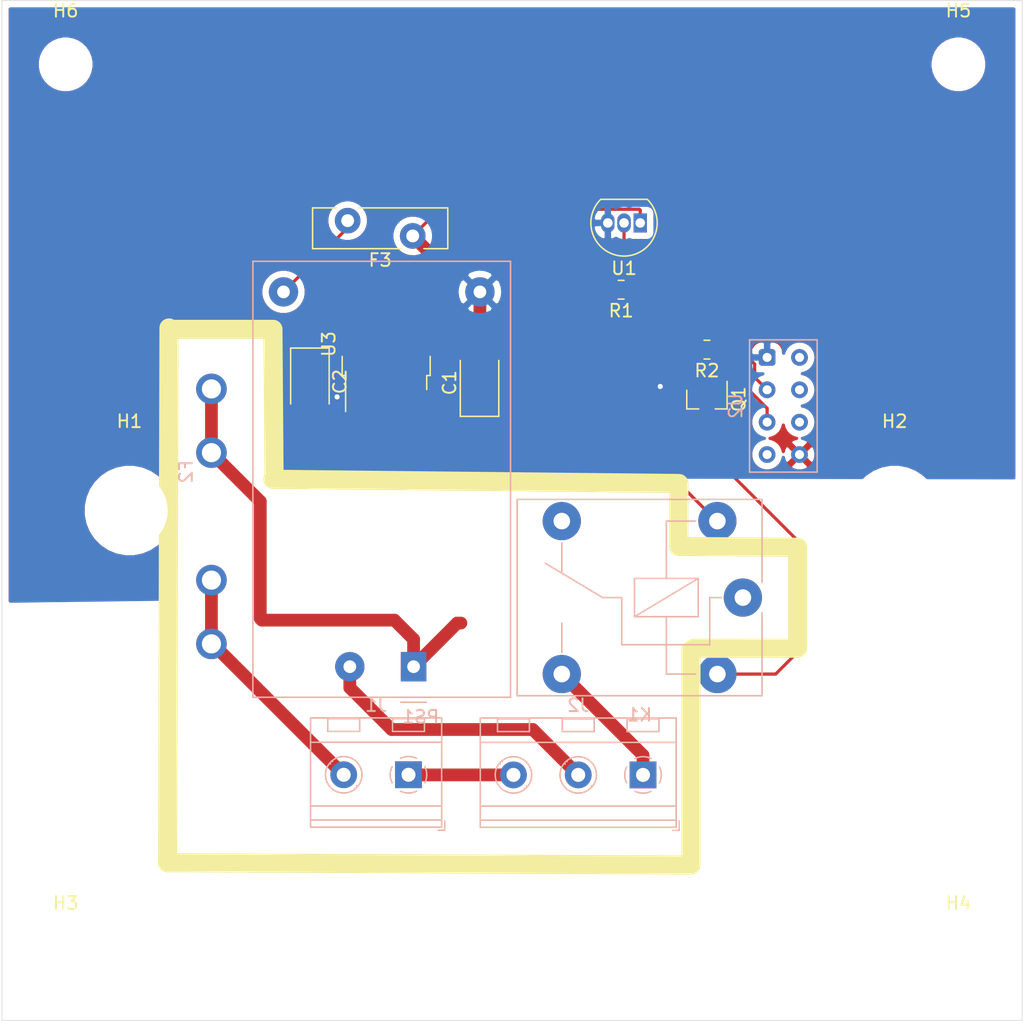
<source format=kicad_pcb>
(kicad_pcb (version 20171130) (host pcbnew "(5.1.9-0-10_14)")

  (general
    (thickness 1.6)
    (drawings 18)
    (tracks 59)
    (zones 0)
    (modules 20)
    (nets 19)
  )

  (page A4)
  (layers
    (0 F.Cu signal)
    (31 B.Cu signal)
    (32 B.Adhes user)
    (33 F.Adhes user)
    (34 B.Paste user)
    (35 F.Paste user)
    (36 B.SilkS user)
    (37 F.SilkS user)
    (38 B.Mask user)
    (39 F.Mask user)
    (40 Dwgs.User user)
    (41 Cmts.User user)
    (42 Eco1.User user)
    (43 Eco2.User user)
    (44 Edge.Cuts user)
    (45 Margin user)
    (46 B.CrtYd user)
    (47 F.CrtYd user)
    (48 B.Fab user)
    (49 F.Fab user)
  )

  (setup
    (last_trace_width 0.25)
    (user_trace_width 1)
    (trace_clearance 0.2)
    (zone_clearance 0.508)
    (zone_45_only no)
    (trace_min 0.2)
    (via_size 0.8)
    (via_drill 0.4)
    (via_min_size 0.4)
    (via_min_drill 0.3)
    (uvia_size 0.3)
    (uvia_drill 0.1)
    (uvias_allowed no)
    (uvia_min_size 0.2)
    (uvia_min_drill 0.1)
    (edge_width 0.05)
    (segment_width 0.2)
    (pcb_text_width 0.3)
    (pcb_text_size 1.5 1.5)
    (mod_edge_width 0.12)
    (mod_text_size 1 1)
    (mod_text_width 0.15)
    (pad_size 6.4 5.8)
    (pad_drill 0)
    (pad_to_mask_clearance 0)
    (aux_axis_origin 0 0)
    (visible_elements FFFFFF7F)
    (pcbplotparams
      (layerselection 0x010fc_ffffffff)
      (usegerberextensions false)
      (usegerberattributes true)
      (usegerberadvancedattributes true)
      (creategerberjobfile true)
      (excludeedgelayer true)
      (linewidth 0.100000)
      (plotframeref false)
      (viasonmask false)
      (mode 1)
      (useauxorigin false)
      (hpglpennumber 1)
      (hpglpenspeed 20)
      (hpglpendiameter 15.000000)
      (psnegative false)
      (psa4output false)
      (plotreference true)
      (plotvalue true)
      (plotinvisibletext false)
      (padsonsilk false)
      (subtractmaskfromsilk false)
      (outputformat 1)
      (mirror false)
      (drillshape 0)
      (scaleselection 1)
      (outputdirectory ""))
  )

  (net 0 "")
  (net 1 GND)
  (net 2 +5V)
  (net 3 +3V3)
  (net 4 "Net-(F2-Pad2)")
  (net 5 "Net-(F2-Pad1)")
  (net 6 "Net-(F3-Pad2)")
  (net 7 /L)
  (net 8 /N)
  (net 9 /Out)
  (net 10 "Net-(K1-Pad12)")
  (net 11 "Net-(K1-PadA1)")
  (net 12 "Net-(Q1-Pad1)")
  (net 13 "Net-(R2-Pad1)")
  (net 14 "Net-(U2-Pad6)")
  (net 15 "Net-(U2-Pad4)")
  (net 16 "Net-(U2-Pad7)")
  (net 17 "Net-(R1-Pad2)")
  (net 18 "Net-(U2-Pad2)")

  (net_class Default "This is the default net class."
    (clearance 0.2)
    (trace_width 0.25)
    (via_dia 0.8)
    (via_drill 0.4)
    (uvia_dia 0.3)
    (uvia_drill 0.1)
    (add_net +3V3)
    (add_net +5V)
    (add_net GND)
    (add_net "Net-(F3-Pad2)")
    (add_net "Net-(K1-PadA1)")
    (add_net "Net-(Q1-Pad1)")
    (add_net "Net-(R1-Pad2)")
    (add_net "Net-(R2-Pad1)")
    (add_net "Net-(U2-Pad2)")
    (add_net "Net-(U2-Pad4)")
    (add_net "Net-(U2-Pad6)")
    (add_net "Net-(U2-Pad7)")
  )

  (net_class 230V ""
    (clearance 2)
    (trace_width 1)
    (via_dia 0.8)
    (via_drill 0.4)
    (uvia_dia 0.3)
    (uvia_drill 0.1)
    (add_net /L)
    (add_net /N)
    (add_net /Out)
    (add_net "Net-(F2-Pad1)")
    (add_net "Net-(F2-Pad2)")
    (add_net "Net-(K1-Pad12)")
  )

  (module Connector_Samtec_HLE_THT:Samtec_HLE-104-02-xx-DV-TE_2x04_P2.54mm_Horizontal (layer B.Cu) (tedit 5B786F78) (tstamp 6313439C)
    (at 145 72.99 270)
    (descr "Samtec HLE .100\" Tiger Beam Cost-effective Single Beam Socket Strip, HLE-104-02-xx-DV-TE, 4 Pins per row (http://suddendocs.samtec.com/prints/hle-1xx-02-xx-dv-xe-xx-mkt.pdf, http://suddendocs.samtec.com/prints/hle-thru.pdf), generated with kicad-footprint-generator")
    (tags "connector Samtec HLE top entry")
    (path /630D1C58)
    (fp_text reference U2 (at 3.81 2.47 270) (layer B.SilkS)
      (effects (font (size 1 1) (thickness 0.15)) (justify mirror))
    )
    (fp_text value ESP-01 (at 3.81 -5.01 270) (layer B.Fab)
      (effects (font (size 1 1) (thickness 0.15)) (justify mirror))
    )
    (fp_line (start -1.27 1.27) (end 8.89 1.27) (layer B.Fab) (width 0.1))
    (fp_line (start 8.89 1.27) (end 8.89 -3.81) (layer B.Fab) (width 0.1))
    (fp_line (start 8.89 -3.81) (end -1.27 -3.81) (layer B.Fab) (width 0.1))
    (fp_line (start -1.27 -3.81) (end -1.27 1.27) (layer B.Fab) (width 0.1))
    (fp_line (start -0.5 1.27) (end 0 0.562893) (layer B.Fab) (width 0.1))
    (fp_line (start 0 0.562893) (end 0.5 1.27) (layer B.Fab) (width 0.1))
    (fp_line (start -1.38 1.38) (end 9 1.38) (layer B.SilkS) (width 0.12))
    (fp_line (start 9 1.38) (end 9 -3.92) (layer B.SilkS) (width 0.12))
    (fp_line (start 9 -3.92) (end -1.38 -3.92) (layer B.SilkS) (width 0.12))
    (fp_line (start -1.38 -3.92) (end -1.38 1.38) (layer B.SilkS) (width 0.12))
    (fp_line (start -1.77 1.77) (end 9.39 1.77) (layer B.CrtYd) (width 0.05))
    (fp_line (start 9.39 1.77) (end 9.39 -4.31) (layer B.CrtYd) (width 0.05))
    (fp_line (start 9.39 -4.31) (end -1.77 -4.31) (layer B.CrtYd) (width 0.05))
    (fp_line (start -1.77 -4.31) (end -1.77 1.77) (layer B.CrtYd) (width 0.05))
    (fp_text user %R (at 3.81 -3.11 270) (layer B.Fab)
      (effects (font (size 1 1) (thickness 0.15)) (justify mirror))
    )
    (pad 8 thru_hole circle (at 7.62 -2.54 270) (size 1.31 1.31) (drill 0.71) (layers *.Cu *.Mask)
      (net 3 +3V3))
    (pad 6 thru_hole circle (at 5.08 -2.54 270) (size 1.31 1.31) (drill 0.71) (layers *.Cu *.Mask)
      (net 14 "Net-(U2-Pad6)"))
    (pad 4 thru_hole circle (at 2.54 -2.54 270) (size 1.31 1.31) (drill 0.71) (layers *.Cu *.Mask)
      (net 15 "Net-(U2-Pad4)"))
    (pad 2 thru_hole circle (at 0 -2.54 270) (size 1.31 1.31) (drill 0.71) (layers *.Cu *.Mask)
      (net 18 "Net-(U2-Pad2)"))
    (pad 7 thru_hole circle (at 7.62 0 270) (size 1.31 1.31) (drill 0.71) (layers *.Cu *.Mask)
      (net 16 "Net-(U2-Pad7)"))
    (pad 5 thru_hole circle (at 5.08 0 270) (size 1.31 1.31) (drill 0.71) (layers *.Cu *.Mask)
      (net 13 "Net-(R2-Pad1)"))
    (pad 3 thru_hole circle (at 2.54 0 270) (size 1.31 1.31) (drill 0.71) (layers *.Cu *.Mask)
      (net 17 "Net-(R1-Pad2)"))
    (pad 1 thru_hole roundrect (at 0 0 270) (size 1.31 1.31) (drill 0.71) (layers *.Cu *.Mask) (roundrect_rratio 0.1908396946564886)
      (net 1 GND))
    (model ${KISYS3DMOD}/Connector_Samtec_HLE_THT.3dshapes/Samtec_HLE-104-02-xx-DV-TE_2x04_P2.54mm_Horizontal.wrl
      (at (xyz 0 0 0))
      (scale (xyz 1 1 1))
      (rotate (xyz 0 0 0))
    )
    (model /Users/evgenypetrov/Downloads/LIB_ESP-01/ESP-01/3D/ESP-01.stp
      (offset (xyz 3.75 8.199999999999999 10))
      (scale (xyz 0.99 0.99 0.99))
      (rotate (xyz -90 0 0))
    )
  )

  (module Resistor_SMD:R_0805_2012Metric_Pad1.20x1.40mm_HandSolder (layer F.Cu) (tedit 5F68FEEE) (tstamp 6313436F)
    (at 140.28 72.38 180)
    (descr "Resistor SMD 0805 (2012 Metric), square (rectangular) end terminal, IPC_7351 nominal with elongated pad for handsoldering. (Body size source: IPC-SM-782 page 72, https://www.pcb-3d.com/wordpress/wp-content/uploads/ipc-sm-782a_amendment_1_and_2.pdf), generated with kicad-footprint-generator")
    (tags "resistor handsolder")
    (path /63104354)
    (attr smd)
    (fp_text reference R2 (at 0 -1.65) (layer F.SilkS)
      (effects (font (size 1 1) (thickness 0.15)))
    )
    (fp_text value 4K7 (at 0 1.65) (layer F.Fab)
      (effects (font (size 1 1) (thickness 0.15)))
    )
    (fp_line (start -1 0.625) (end -1 -0.625) (layer F.Fab) (width 0.1))
    (fp_line (start -1 -0.625) (end 1 -0.625) (layer F.Fab) (width 0.1))
    (fp_line (start 1 -0.625) (end 1 0.625) (layer F.Fab) (width 0.1))
    (fp_line (start 1 0.625) (end -1 0.625) (layer F.Fab) (width 0.1))
    (fp_line (start -0.227064 -0.735) (end 0.227064 -0.735) (layer F.SilkS) (width 0.12))
    (fp_line (start -0.227064 0.735) (end 0.227064 0.735) (layer F.SilkS) (width 0.12))
    (fp_line (start -1.85 0.95) (end -1.85 -0.95) (layer F.CrtYd) (width 0.05))
    (fp_line (start -1.85 -0.95) (end 1.85 -0.95) (layer F.CrtYd) (width 0.05))
    (fp_line (start 1.85 -0.95) (end 1.85 0.95) (layer F.CrtYd) (width 0.05))
    (fp_line (start 1.85 0.95) (end -1.85 0.95) (layer F.CrtYd) (width 0.05))
    (fp_text user %R (at 0 0) (layer F.Fab)
      (effects (font (size 0.5 0.5) (thickness 0.08)))
    )
    (pad 2 smd roundrect (at 1 0 180) (size 1.2 1.4) (layers F.Cu F.Paste F.Mask) (roundrect_rratio 0.2083325)
      (net 12 "Net-(Q1-Pad1)"))
    (pad 1 smd roundrect (at -1 0 180) (size 1.2 1.4) (layers F.Cu F.Paste F.Mask) (roundrect_rratio 0.2083325)
      (net 13 "Net-(R2-Pad1)"))
    (model ${KISYS3DMOD}/Resistor_SMD.3dshapes/R_0805_2012Metric.wrl
      (at (xyz 0 0 0))
      (scale (xyz 1 1 1))
      (rotate (xyz 0 0 0))
    )
  )

  (module Resistor_SMD:R_0805_2012Metric_Pad1.20x1.40mm_HandSolder (layer F.Cu) (tedit 5F68FEEE) (tstamp 6313435E)
    (at 133.5525 67.68 180)
    (descr "Resistor SMD 0805 (2012 Metric), square (rectangular) end terminal, IPC_7351 nominal with elongated pad for handsoldering. (Body size source: IPC-SM-782 page 72, https://www.pcb-3d.com/wordpress/wp-content/uploads/ipc-sm-782a_amendment_1_and_2.pdf), generated with kicad-footprint-generator")
    (tags "resistor handsolder")
    (path /6310AD92)
    (attr smd)
    (fp_text reference R1 (at 0 -1.65) (layer F.SilkS)
      (effects (font (size 1 1) (thickness 0.15)))
    )
    (fp_text value 2K2 (at 0 1.65) (layer F.Fab)
      (effects (font (size 1 1) (thickness 0.15)))
    )
    (fp_line (start -1 0.625) (end -1 -0.625) (layer F.Fab) (width 0.1))
    (fp_line (start -1 -0.625) (end 1 -0.625) (layer F.Fab) (width 0.1))
    (fp_line (start 1 -0.625) (end 1 0.625) (layer F.Fab) (width 0.1))
    (fp_line (start 1 0.625) (end -1 0.625) (layer F.Fab) (width 0.1))
    (fp_line (start -0.227064 -0.735) (end 0.227064 -0.735) (layer F.SilkS) (width 0.12))
    (fp_line (start -0.227064 0.735) (end 0.227064 0.735) (layer F.SilkS) (width 0.12))
    (fp_line (start -1.85 0.95) (end -1.85 -0.95) (layer F.CrtYd) (width 0.05))
    (fp_line (start -1.85 -0.95) (end 1.85 -0.95) (layer F.CrtYd) (width 0.05))
    (fp_line (start 1.85 -0.95) (end 1.85 0.95) (layer F.CrtYd) (width 0.05))
    (fp_line (start 1.85 0.95) (end -1.85 0.95) (layer F.CrtYd) (width 0.05))
    (fp_text user %R (at 0 0) (layer F.Fab)
      (effects (font (size 0.5 0.5) (thickness 0.08)))
    )
    (pad 2 smd roundrect (at 1 0 180) (size 1.2 1.4) (layers F.Cu F.Paste F.Mask) (roundrect_rratio 0.2083325)
      (net 17 "Net-(R1-Pad2)"))
    (pad 1 smd roundrect (at -1 0 180) (size 1.2 1.4) (layers F.Cu F.Paste F.Mask) (roundrect_rratio 0.2083325)
      (net 3 +3V3))
    (model ${KISYS3DMOD}/Resistor_SMD.3dshapes/R_0805_2012Metric.wrl
      (at (xyz 0 0 0))
      (scale (xyz 1 1 1))
      (rotate (xyz 0 0 0))
    )
  )

  (module MountingHole:MountingHole_3.2mm_M3 (layer F.Cu) (tedit 56D1B4CB) (tstamp 63134CB3)
    (at 90 50)
    (descr "Mounting Hole 3.2mm, no annular, M3")
    (tags "mounting hole 3.2mm no annular m3")
    (path /631710BB)
    (attr virtual)
    (fp_text reference H6 (at 0 -4.2) (layer F.SilkS)
      (effects (font (size 1 1) (thickness 0.15)))
    )
    (fp_text value MountingHole (at 0 4.2) (layer F.Fab)
      (effects (font (size 1 1) (thickness 0.15)))
    )
    (fp_circle (center 0 0) (end 3.45 0) (layer F.CrtYd) (width 0.05))
    (fp_circle (center 0 0) (end 3.2 0) (layer Cmts.User) (width 0.15))
    (fp_text user %R (at 0.3 0) (layer F.Fab)
      (effects (font (size 1 1) (thickness 0.15)))
    )
    (pad 1 np_thru_hole circle (at 0 0) (size 3.2 3.2) (drill 3.2) (layers *.Cu *.Mask))
  )

  (module MountingHole:MountingHole_3.2mm_M3 (layer F.Cu) (tedit 56D1B4CB) (tstamp 63134CAB)
    (at 160 50)
    (descr "Mounting Hole 3.2mm, no annular, M3")
    (tags "mounting hole 3.2mm no annular m3")
    (path /63170DEF)
    (attr virtual)
    (fp_text reference H5 (at 0 -4.2) (layer F.SilkS)
      (effects (font (size 1 1) (thickness 0.15)))
    )
    (fp_text value MountingHole (at 0 4.2) (layer F.Fab)
      (effects (font (size 1 1) (thickness 0.15)))
    )
    (fp_circle (center 0 0) (end 3.45 0) (layer F.CrtYd) (width 0.05))
    (fp_circle (center 0 0) (end 3.2 0) (layer Cmts.User) (width 0.15))
    (fp_text user %R (at 0.3 0) (layer F.Fab)
      (effects (font (size 1 1) (thickness 0.15)))
    )
    (pad 1 np_thru_hole circle (at 0 0) (size 3.2 3.2) (drill 3.2) (layers *.Cu *.Mask))
  )

  (module MountingHole:MountingHole_3.2mm_M3 (layer F.Cu) (tedit 56D1B4CB) (tstamp 63134CA3)
    (at 160 120)
    (descr "Mounting Hole 3.2mm, no annular, M3")
    (tags "mounting hole 3.2mm no annular m3")
    (path /631708D2)
    (attr virtual)
    (fp_text reference H4 (at 0 -4.2) (layer F.SilkS)
      (effects (font (size 1 1) (thickness 0.15)))
    )
    (fp_text value MountingHole (at 0 4.2) (layer F.Fab)
      (effects (font (size 1 1) (thickness 0.15)))
    )
    (fp_circle (center 0 0) (end 3.45 0) (layer F.CrtYd) (width 0.05))
    (fp_circle (center 0 0) (end 3.2 0) (layer Cmts.User) (width 0.15))
    (fp_text user %R (at 0.3 0) (layer F.Fab)
      (effects (font (size 1 1) (thickness 0.15)))
    )
    (pad 1 np_thru_hole circle (at 0 0) (size 3.2 3.2) (drill 3.2) (layers *.Cu *.Mask))
  )

  (module MountingHole:MountingHole_3.2mm_M3 (layer F.Cu) (tedit 56D1B4CB) (tstamp 63134C9B)
    (at 90 120)
    (descr "Mounting Hole 3.2mm, no annular, M3")
    (tags "mounting hole 3.2mm no annular m3")
    (path /631703C0)
    (attr virtual)
    (fp_text reference H3 (at 0 -4.2) (layer F.SilkS)
      (effects (font (size 1 1) (thickness 0.15)))
    )
    (fp_text value MountingHole (at 0 4.2) (layer F.Fab)
      (effects (font (size 1 1) (thickness 0.15)))
    )
    (fp_circle (center 0 0) (end 3.45 0) (layer F.CrtYd) (width 0.05))
    (fp_circle (center 0 0) (end 3.2 0) (layer Cmts.User) (width 0.15))
    (fp_text user %R (at 0.3 0) (layer F.Fab)
      (effects (font (size 1 1) (thickness 0.15)))
    )
    (pad 1 np_thru_hole circle (at 0 0) (size 3.2 3.2) (drill 3.2) (layers *.Cu *.Mask))
  )

  (module MountingHole:MountingHole_6mm (layer F.Cu) (tedit 56D1B4CB) (tstamp 63134C93)
    (at 155 85)
    (descr "Mounting Hole 6mm, no annular")
    (tags "mounting hole 6mm no annular")
    (path /6316FF46)
    (attr virtual)
    (fp_text reference H2 (at 0 -7) (layer F.SilkS)
      (effects (font (size 1 1) (thickness 0.15)))
    )
    (fp_text value MountingHole (at 0 7) (layer F.Fab)
      (effects (font (size 1 1) (thickness 0.15)))
    )
    (fp_circle (center 0 0) (end 6.25 0) (layer F.CrtYd) (width 0.05))
    (fp_circle (center 0 0) (end 6 0) (layer Cmts.User) (width 0.15))
    (fp_text user %R (at 0.3 0) (layer F.Fab)
      (effects (font (size 1 1) (thickness 0.15)))
    )
    (pad 1 np_thru_hole circle (at 0 0) (size 6 6) (drill 6) (layers *.Cu *.Mask))
  )

  (module MountingHole:MountingHole_6mm (layer F.Cu) (tedit 56D1B4CB) (tstamp 63134C8B)
    (at 95 85)
    (descr "Mounting Hole 6mm, no annular")
    (tags "mounting hole 6mm no annular")
    (path /6316FA10)
    (attr virtual)
    (fp_text reference H1 (at 0 -7) (layer F.SilkS)
      (effects (font (size 1 1) (thickness 0.15)))
    )
    (fp_text value MountingHole (at 0 7) (layer F.Fab)
      (effects (font (size 1 1) (thickness 0.15)))
    )
    (fp_circle (center 0 0) (end 6.25 0) (layer F.CrtYd) (width 0.05))
    (fp_circle (center 0 0) (end 6 0) (layer Cmts.User) (width 0.15))
    (fp_text user %R (at 0.3 0) (layer F.Fab)
      (effects (font (size 1 1) (thickness 0.15)))
    )
    (pad 1 np_thru_hole circle (at 0 0) (size 6 6) (drill 6) (layers *.Cu *.Mask))
  )

  (module Package_TO_SOT_SMD:TO-252-3_TabPin2 (layer F.Cu) (tedit 63135FF7) (tstamp 631343C4)
    (at 115.13 71.94 90)
    (descr "TO-252 / DPAK SMD package, http://www.infineon.com/cms/en/product/packages/PG-TO252/PG-TO252-3-1/")
    (tags "DPAK TO-252 DPAK-3 TO-252-3 SOT-428")
    (path /6311EA55)
    (zone_connect 2)
    (attr smd)
    (fp_text reference U3 (at 0 -4.5 90) (layer F.SilkS)
      (effects (font (size 1 1) (thickness 0.15)))
    )
    (fp_text value LM1117-3.3 (at 0 4.5 90) (layer F.Fab)
      (effects (font (size 1 1) (thickness 0.15)))
    )
    (fp_line (start 3.95 -2.7) (end 4.95 -2.7) (layer F.Fab) (width 0.1))
    (fp_line (start 4.95 -2.7) (end 4.95 2.7) (layer F.Fab) (width 0.1))
    (fp_line (start 4.95 2.7) (end 3.95 2.7) (layer F.Fab) (width 0.1))
    (fp_line (start 3.95 -3.25) (end 3.95 3.25) (layer F.Fab) (width 0.1))
    (fp_line (start 3.95 3.25) (end -2.27 3.25) (layer F.Fab) (width 0.1))
    (fp_line (start -2.27 3.25) (end -2.27 -2.25) (layer F.Fab) (width 0.1))
    (fp_line (start -2.27 -2.25) (end -1.27 -3.25) (layer F.Fab) (width 0.1))
    (fp_line (start -1.27 -3.25) (end 3.95 -3.25) (layer F.Fab) (width 0.1))
    (fp_line (start -1.865 -2.655) (end -4.97 -2.655) (layer F.Fab) (width 0.1))
    (fp_line (start -4.97 -2.655) (end -4.97 -1.905) (layer F.Fab) (width 0.1))
    (fp_line (start -4.97 -1.905) (end -2.27 -1.905) (layer F.Fab) (width 0.1))
    (fp_line (start -2.27 -0.375) (end -4.97 -0.375) (layer F.Fab) (width 0.1))
    (fp_line (start -4.97 -0.375) (end -4.97 0.375) (layer F.Fab) (width 0.1))
    (fp_line (start -4.97 0.375) (end -2.27 0.375) (layer F.Fab) (width 0.1))
    (fp_line (start -2.27 1.905) (end -4.97 1.905) (layer F.Fab) (width 0.1))
    (fp_line (start -4.97 1.905) (end -4.97 2.655) (layer F.Fab) (width 0.1))
    (fp_line (start -4.97 2.655) (end -2.27 2.655) (layer F.Fab) (width 0.1))
    (fp_line (start -0.97 -3.45) (end -2.47 -3.45) (layer F.SilkS) (width 0.12))
    (fp_line (start -2.47 -3.45) (end -2.47 -3.18) (layer F.SilkS) (width 0.12))
    (fp_line (start -2.47 -3.18) (end -5.3 -3.18) (layer F.SilkS) (width 0.12))
    (fp_line (start -0.97 3.45) (end -2.47 3.45) (layer F.SilkS) (width 0.12))
    (fp_line (start -2.47 3.45) (end -2.47 3.18) (layer F.SilkS) (width 0.12))
    (fp_line (start -2.47 3.18) (end -3.57 3.18) (layer F.SilkS) (width 0.12))
    (fp_line (start -5.55 -3.5) (end -5.55 3.5) (layer F.CrtYd) (width 0.05))
    (fp_line (start -5.55 3.5) (end 5.55 3.5) (layer F.CrtYd) (width 0.05))
    (fp_line (start 5.55 3.5) (end 5.55 -3.5) (layer F.CrtYd) (width 0.05))
    (fp_line (start 5.55 -3.5) (end -5.55 -3.5) (layer F.CrtYd) (width 0.05))
    (fp_text user %R (at 0 0 90) (layer F.Fab)
      (effects (font (size 1 1) (thickness 0.15)))
    )
    (pad "" smd rect (at 0.425 1.525 90) (size 3.05 2.75) (layers F.Paste)
      (zone_connect 2))
    (pad "" smd rect (at 3.775 -1.525 90) (size 3.05 2.75) (layers F.Paste)
      (zone_connect 2))
    (pad "" smd rect (at 0.425 -1.525 90) (size 3.05 2.75) (layers F.Paste)
      (zone_connect 2))
    (pad "" smd rect (at 3.775 1.525 90) (size 3.05 2.75) (layers F.Paste)
      (zone_connect 2))
    (pad 2 smd rect (at 2.1 0 90) (size 6.4 5.8) (layers F.Cu F.Mask)
      (net 3 +3V3) (zone_connect 2))
    (pad 3 smd rect (at -4.2 2.28 90) (size 2.2 1.2) (layers F.Cu F.Paste F.Mask)
      (net 2 +5V) (zone_connect 2))
    (pad 2 smd rect (at -4.2 0 90) (size 2.2 1.2) (layers F.Cu F.Paste F.Mask)
      (net 3 +3V3) (zone_connect 2))
    (pad 1 smd rect (at -4.2 -2.28 90) (size 2.2 1.2) (layers F.Cu F.Paste F.Mask)
      (net 1 GND) (zone_connect 2))
    (model ${KISYS3DMOD}/Package_TO_SOT_SMD.3dshapes/TO-252-3_TabPin2.wrl
      (at (xyz 0 0 0))
      (scale (xyz 1 1 1))
      (rotate (xyz 0 0 0))
    )
  )

  (module Package_TO_SOT_THT:TO-92_Inline (layer F.Cu) (tedit 5A1DD157) (tstamp 63134381)
    (at 135.05 62.44 180)
    (descr "TO-92 leads in-line, narrow, oval pads, drill 0.75mm (see NXP sot054_po.pdf)")
    (tags "to-92 sc-43 sc-43a sot54 PA33 transistor")
    (path /630D28D6)
    (fp_text reference U1 (at 1.27 -3.56) (layer F.SilkS)
      (effects (font (size 1 1) (thickness 0.15)))
    )
    (fp_text value DS18B20 (at 1.27 2.79) (layer F.Fab)
      (effects (font (size 1 1) (thickness 0.15)))
    )
    (fp_line (start -0.53 1.85) (end 3.07 1.85) (layer F.SilkS) (width 0.12))
    (fp_line (start -0.5 1.75) (end 3 1.75) (layer F.Fab) (width 0.1))
    (fp_line (start -1.46 -2.73) (end 4 -2.73) (layer F.CrtYd) (width 0.05))
    (fp_line (start -1.46 -2.73) (end -1.46 2.01) (layer F.CrtYd) (width 0.05))
    (fp_line (start 4 2.01) (end 4 -2.73) (layer F.CrtYd) (width 0.05))
    (fp_line (start 4 2.01) (end -1.46 2.01) (layer F.CrtYd) (width 0.05))
    (fp_arc (start 1.27 0) (end 1.27 -2.6) (angle 135) (layer F.SilkS) (width 0.12))
    (fp_arc (start 1.27 0) (end 1.27 -2.48) (angle -135) (layer F.Fab) (width 0.1))
    (fp_arc (start 1.27 0) (end 1.27 -2.6) (angle -135) (layer F.SilkS) (width 0.12))
    (fp_arc (start 1.27 0) (end 1.27 -2.48) (angle 135) (layer F.Fab) (width 0.1))
    (fp_text user %R (at 1.27 0) (layer F.Fab)
      (effects (font (size 1 1) (thickness 0.15)))
    )
    (pad 1 thru_hole rect (at 0 0 180) (size 1.05 1.5) (drill 0.75) (layers *.Cu *.Mask)
      (net 2 +5V))
    (pad 3 thru_hole oval (at 2.54 0 180) (size 1.05 1.5) (drill 0.75) (layers *.Cu *.Mask)
      (net 1 GND))
    (pad 2 thru_hole oval (at 1.27 0 180) (size 1.05 1.5) (drill 0.75) (layers *.Cu *.Mask)
      (net 17 "Net-(R1-Pad2)"))
    (model ${KISYS3DMOD}/Package_TO_SOT_THT.3dshapes/TO-92_Inline.wrl
      (at (xyz 0 0 0))
      (scale (xyz 1 1 1))
      (rotate (xyz 0 0 0))
    )
  )

  (module Package_TO_SOT_SMD:SOT-23 (layer F.Cu) (tedit 5A02FF57) (tstamp 6313434D)
    (at 140.28 76.27 270)
    (descr "SOT-23, Standard")
    (tags SOT-23)
    (path /630FBA1D)
    (attr smd)
    (fp_text reference Q1 (at 0 -2.5 90) (layer F.SilkS)
      (effects (font (size 1 1) (thickness 0.15)))
    )
    (fp_text value BC847 (at 0 2.5 90) (layer F.Fab)
      (effects (font (size 1 1) (thickness 0.15)))
    )
    (fp_line (start -0.7 -0.95) (end -0.7 1.5) (layer F.Fab) (width 0.1))
    (fp_line (start -0.15 -1.52) (end 0.7 -1.52) (layer F.Fab) (width 0.1))
    (fp_line (start -0.7 -0.95) (end -0.15 -1.52) (layer F.Fab) (width 0.1))
    (fp_line (start 0.7 -1.52) (end 0.7 1.52) (layer F.Fab) (width 0.1))
    (fp_line (start -0.7 1.52) (end 0.7 1.52) (layer F.Fab) (width 0.1))
    (fp_line (start 0.76 1.58) (end 0.76 0.65) (layer F.SilkS) (width 0.12))
    (fp_line (start 0.76 -1.58) (end 0.76 -0.65) (layer F.SilkS) (width 0.12))
    (fp_line (start -1.7 -1.75) (end 1.7 -1.75) (layer F.CrtYd) (width 0.05))
    (fp_line (start 1.7 -1.75) (end 1.7 1.75) (layer F.CrtYd) (width 0.05))
    (fp_line (start 1.7 1.75) (end -1.7 1.75) (layer F.CrtYd) (width 0.05))
    (fp_line (start -1.7 1.75) (end -1.7 -1.75) (layer F.CrtYd) (width 0.05))
    (fp_line (start 0.76 -1.58) (end -1.4 -1.58) (layer F.SilkS) (width 0.12))
    (fp_line (start 0.76 1.58) (end -0.7 1.58) (layer F.SilkS) (width 0.12))
    (fp_text user %R (at -0.575 0.98 90) (layer F.Fab)
      (effects (font (size 0.5 0.5) (thickness 0.075)))
    )
    (pad 3 smd rect (at 1 0 270) (size 0.9 0.8) (layers F.Cu F.Paste F.Mask)
      (net 11 "Net-(K1-PadA1)"))
    (pad 2 smd rect (at -1 0.95 270) (size 0.9 0.8) (layers F.Cu F.Paste F.Mask)
      (net 1 GND))
    (pad 1 smd rect (at -1 -0.95 270) (size 0.9 0.8) (layers F.Cu F.Paste F.Mask)
      (net 12 "Net-(Q1-Pad1)"))
    (model ${KISYS3DMOD}/Package_TO_SOT_SMD.3dshapes/SOT-23.wrl
      (at (xyz 0 0 0))
      (scale (xyz 1 1 1))
      (rotate (xyz 0 0 0))
    )
  )

  (module Converter_ACDC:Converter_ACDC_HiLink_HLK-PMxx (layer B.Cu) (tedit 5C1AC1CD) (tstamp 63134338)
    (at 117.28 97.25 90)
    (descr "ACDC-Converter, 3W, HiLink, HLK-PMxx, THT, http://www.hlktech.net/product_detail.php?ProId=54")
    (tags "ACDC-Converter 3W THT HiLink board mount module")
    (path /630D3FA0)
    (fp_text reference PS1 (at -3.94 0.55) (layer B.SilkS)
      (effects (font (size 1 1) (thickness 0.15)) (justify mirror))
    )
    (fp_text value HLK-PM01 (at 15.79 -13.85 270) (layer B.Fab)
      (effects (font (size 1 1) (thickness 0.15)) (justify mirror))
    )
    (fp_line (start -2.3 -12.5) (end 31.7 -12.5) (layer B.Fab) (width 0.1))
    (fp_line (start 31.7 -12.5) (end 31.7 7.5) (layer B.Fab) (width 0.1))
    (fp_line (start -2.3 -12.5) (end -2.3 -0.99) (layer B.Fab) (width 0.1))
    (fp_line (start -2.3 7.5) (end 31.7 7.5) (layer B.Fab) (width 0.1))
    (fp_line (start -1.29 0) (end -2.29 -1) (layer B.Fab) (width 0.1))
    (fp_line (start -2.29 1) (end -1.29 0) (layer B.Fab) (width 0.1))
    (fp_line (start -2.3 1) (end -2.3 7.5) (layer B.Fab) (width 0.1))
    (fp_line (start -2.55 -12.75) (end 31.95 -12.75) (layer B.CrtYd) (width 0.05))
    (fp_line (start 31.95 -12.75) (end 31.95 7.75) (layer B.CrtYd) (width 0.05))
    (fp_line (start 31.95 7.75) (end -2.55 7.75) (layer B.CrtYd) (width 0.05))
    (fp_line (start -2.55 7.75) (end -2.55 -12.75) (layer B.CrtYd) (width 0.05))
    (fp_line (start -2.4 7.6) (end -2.4 -12.6) (layer B.SilkS) (width 0.12))
    (fp_line (start -2.4 -12.6) (end 31.8 -12.6) (layer B.SilkS) (width 0.12))
    (fp_line (start 31.8 -12.6) (end 31.8 7.6) (layer B.SilkS) (width 0.12))
    (fp_line (start 31.8 7.6) (end -2.4 7.6) (layer B.SilkS) (width 0.12))
    (fp_line (start -2.79 1) (end -2.79 -1.01) (layer B.SilkS) (width 0.12))
    (fp_text user %R (at 14.68 -1.17 270) (layer B.Fab)
      (effects (font (size 1 1) (thickness 0.15)) (justify mirror))
    )
    (pad 4 thru_hole circle (at 29.4 -10.2 90) (size 2.3 2.3) (drill 1) (layers *.Cu *.Mask)
      (net 6 "Net-(F3-Pad2)"))
    (pad 2 thru_hole circle (at 0 -5 90) (size 2.3 2.3) (drill 1) (layers *.Cu *.Mask)
      (net 8 /N))
    (pad 1 thru_hole rect (at 0 0 90) (size 2.3 2) (drill 1) (layers *.Cu *.Mask)
      (net 5 "Net-(F2-Pad1)"))
    (pad 3 thru_hole circle (at 29.4 5.2 90) (size 2.3 2.3) (drill 1) (layers *.Cu *.Mask)
      (net 1 GND))
    (model ${KISYS3DMOD}/Converter_ACDC.3dshapes/Converter_ACDC_HiLink_HLK-PMxx.wrl
      (offset (xyz 23 0 0))
      (scale (xyz 0.5 0.5 0.5))
      (rotate (xyz 180 -50 -30))
    )
    (model /Users/evgenypetrov/Downloads/LIB_HLK-10M05/HLK-10M05/3D/HLK-10M05.stp
      (offset (xyz 14.5 -2.5 8))
      (scale (xyz 0.68 0.68 0.68))
      (rotate (xyz -90 0 0))
    )
  )

  (module Relay_THT:Relay_SPDT_Finder_36.11 (layer B.Cu) (tedit 5D3F5A07) (tstamp 6313515A)
    (at 143.1 91.83 180)
    (descr "FINDER 36.11, SPDT relay, 10A, https://gfinder.findernet.com/public/attachments/36/EN/S36EN.pdf")
    (tags "spdt relay")
    (path /63148DB5)
    (fp_text reference K1 (at 8.1 -9.2 180) (layer B.SilkS)
      (effects (font (size 1 1) (thickness 0.15)) (justify mirror))
    )
    (fp_text value FINDER-36.11 (at 8 9.6 180) (layer B.Fab)
      (effects (font (size 1 1) (thickness 0.15)) (justify mirror))
    )
    (fp_line (start -1.5 -1.2) (end -1.5 -7.7) (layer B.SilkS) (width 0.12))
    (fp_line (start -1.5 7.7) (end -1.5 1.2) (layer B.SilkS) (width 0.12))
    (fp_line (start -1.5 7.7) (end 17.7 7.7) (layer B.SilkS) (width 0.12))
    (fp_line (start 17.7 7.7) (end 17.7 -7.7) (layer B.SilkS) (width 0.12))
    (fp_line (start 17.7 -7.7) (end -1.5 -7.7) (layer B.SilkS) (width 0.12))
    (fp_line (start -1.4 7.6) (end 17.6 7.6) (layer B.Fab) (width 0.1))
    (fp_line (start 17.6 7.6) (end 17.6 -7.6) (layer B.Fab) (width 0.1))
    (fp_line (start 17.6 -7.6) (end -1.4 -7.6) (layer B.Fab) (width 0.1))
    (fp_line (start -1.4 -7.6) (end -1.4 7.6) (layer B.Fab) (width 0.1))
    (fp_line (start 17.85 7.85) (end -1.75 7.85) (layer B.CrtYd) (width 0.05))
    (fp_line (start -1.75 -7.85) (end -1.75 7.85) (layer B.CrtYd) (width 0.05))
    (fp_line (start 17.85 7.85) (end 17.85 -7.85) (layer B.CrtYd) (width 0.05))
    (fp_line (start -1.75 -7.85) (end 17.85 -7.85) (layer B.CrtYd) (width 0.05))
    (fp_line (start 14.2 -4.3) (end 14.2 -2) (layer B.SilkS) (width 0.12))
    (fp_line (start 14.2 4.3) (end 14.2 2) (layer B.SilkS) (width 0.12))
    (fp_line (start 3.7 -6) (end 6 -6) (layer B.SilkS) (width 0.12))
    (fp_line (start 2.6 0) (end 1.7 0) (layer B.SilkS) (width 0.12))
    (fp_line (start 6 6) (end 3.7 6) (layer B.SilkS) (width 0.12))
    (fp_line (start 9.5 0) (end 11 0) (layer B.SilkS) (width 0.12))
    (fp_line (start 11 0) (end 15.5 2.7) (layer B.SilkS) (width 0.12))
    (fp_line (start 9.5 -3.7) (end 2.6 -3.7) (layer B.SilkS) (width 0.12))
    (fp_line (start 9.5 0) (end 9.5 -3.7) (layer B.SilkS) (width 0.12))
    (fp_line (start 2.6 0) (end 2.6 -3.7) (layer B.SilkS) (width 0.12))
    (fp_line (start 6 6) (end 6 1.5) (layer B.SilkS) (width 0.12))
    (fp_line (start 6 -1.5) (end 6 -6) (layer B.SilkS) (width 0.12))
    (fp_line (start 8.5 -1.5) (end 3.5 1.5) (layer B.SilkS) (width 0.12))
    (fp_line (start 3.5 -1.5) (end 3.5 1.5) (layer B.SilkS) (width 0.12))
    (fp_line (start 3.5 1.5) (end 8.5 1.5) (layer B.SilkS) (width 0.12))
    (fp_line (start 8.5 1.5) (end 8.5 -1.5) (layer B.SilkS) (width 0.12))
    (fp_line (start 8.5 -1.5) (end 3.5 -1.5) (layer B.SilkS) (width 0.12))
    (fp_text user %R (at 7.1 -0.025 180) (layer B.Fab)
      (effects (font (size 1 1) (thickness 0.15)) (justify mirror))
    )
    (pad 11 thru_hole circle (at 0 0 180) (size 3 3) (drill 1.3) (layers *.Cu *.Mask)
      (net 7 /L))
    (pad A2 thru_hole circle (at 2 6 180) (size 3 3) (drill 1.3) (layers *.Cu *.Mask)
      (net 2 +5V))
    (pad 12 thru_hole circle (at 14.2 6 180) (size 3 3) (drill 1.3) (layers *.Cu *.Mask)
      (net 10 "Net-(K1-Pad12)"))
    (pad 14 thru_hole circle (at 14.2 -6 180) (size 3 3) (drill 1.3) (layers *.Cu *.Mask)
      (net 9 /Out))
    (pad A1 thru_hole circle (at 2 -6 180) (size 3 3) (drill 1.3) (layers *.Cu *.Mask)
      (net 11 "Net-(K1-PadA1)"))
    (model ${KISYS3DMOD}/Relay_THT.3dshapes/Relay_SPDT_Finder_36.11.wrl
      (at (xyz 0 0 0))
      (scale (xyz 1 1 1))
      (rotate (xyz 0 0 0))
    )
  )

  (module TerminalBlock_RND:TerminalBlock_RND_205-00233_1x03_P5.08mm_Horizontal (layer B.Cu) (tedit 5B294F40) (tstamp 631342F7)
    (at 135.27 105.74 180)
    (descr "terminal block RND 205-00233, 3 pins, pitch 5.08mm, size 15.2x8.45mm^2, drill diamater 1.1mm, pad diameter 2.1mm, see http://cdn-reichelt.de/documents/datenblatt/C151/RND_205-00232_DB_EN.pdf, script-generated using https://github.com/pointhi/kicad-footprint-generator/scripts/TerminalBlock_RND")
    (tags "THT terminal block RND 205-00233 pitch 5.08mm size 15.2x8.45mm^2 drill 1.1mm pad 2.1mm")
    (path /630D5B2F)
    (fp_text reference J2 (at 5.08 5.46) (layer B.SilkS)
      (effects (font (size 1 1) (thickness 0.15)) (justify mirror))
    )
    (fp_text value WallConnection (at 5.08 -5.11) (layer B.Fab)
      (effects (font (size 1 1) (thickness 0.15)) (justify mirror))
    )
    (fp_circle (center 0 0) (end 1.25 0) (layer B.Fab) (width 0.1))
    (fp_circle (center 5.08 0) (end 6.33 0) (layer B.Fab) (width 0.1))
    (fp_circle (center 5.08 0) (end 6.51 0) (layer B.SilkS) (width 0.12))
    (fp_circle (center 10.16 0) (end 11.41 0) (layer B.Fab) (width 0.1))
    (fp_circle (center 10.16 0) (end 11.59 0) (layer B.SilkS) (width 0.12))
    (fp_line (start -2.54 4.4) (end 12.7 4.4) (layer B.Fab) (width 0.1))
    (fp_line (start 12.7 4.4) (end 12.7 -4.05) (layer B.Fab) (width 0.1))
    (fp_line (start 12.7 -4.05) (end -2.04 -4.05) (layer B.Fab) (width 0.1))
    (fp_line (start -2.04 -4.05) (end -2.54 -3.55) (layer B.Fab) (width 0.1))
    (fp_line (start -2.54 -3.55) (end -2.54 4.4) (layer B.Fab) (width 0.1))
    (fp_line (start -2.54 -3.55) (end 12.7 -3.55) (layer B.Fab) (width 0.1))
    (fp_line (start -2.6 -3.55) (end 12.76 -3.55) (layer B.SilkS) (width 0.12))
    (fp_line (start -2.54 -2.45) (end 12.7 -2.45) (layer B.Fab) (width 0.1))
    (fp_line (start -2.6 -2.45) (end 12.76 -2.45) (layer B.SilkS) (width 0.12))
    (fp_line (start -2.54 2.55) (end 12.7 2.55) (layer B.Fab) (width 0.1))
    (fp_line (start -2.6 2.55) (end 12.76 2.55) (layer B.SilkS) (width 0.12))
    (fp_line (start -2.6 4.46) (end 12.76 4.46) (layer B.SilkS) (width 0.12))
    (fp_line (start -2.6 -4.11) (end 12.76 -4.11) (layer B.SilkS) (width 0.12))
    (fp_line (start -2.6 4.46) (end -2.6 -4.11) (layer B.SilkS) (width 0.12))
    (fp_line (start 12.76 4.46) (end 12.76 -4.11) (layer B.SilkS) (width 0.12))
    (fp_line (start 0.949 0.796) (end -0.796 -0.948) (layer B.Fab) (width 0.1))
    (fp_line (start 0.796 0.948) (end -0.949 -0.796) (layer B.Fab) (width 0.1))
    (fp_line (start -1.25 4.4) (end -1.25 3.4) (layer B.Fab) (width 0.1))
    (fp_line (start -1.25 3.4) (end 1.25 3.4) (layer B.Fab) (width 0.1))
    (fp_line (start 1.25 3.4) (end 1.25 4.4) (layer B.Fab) (width 0.1))
    (fp_line (start 1.25 4.4) (end -1.25 4.4) (layer B.Fab) (width 0.1))
    (fp_line (start -1.25 4.4) (end 1.25 4.4) (layer B.SilkS) (width 0.12))
    (fp_line (start -1.25 3.4) (end 1.25 3.4) (layer B.SilkS) (width 0.12))
    (fp_line (start -1.25 4.4) (end -1.25 3.4) (layer B.SilkS) (width 0.12))
    (fp_line (start 1.25 4.4) (end 1.25 3.4) (layer B.SilkS) (width 0.12))
    (fp_line (start 6.029 0.796) (end 4.285 -0.948) (layer B.Fab) (width 0.1))
    (fp_line (start 5.876 0.948) (end 4.132 -0.796) (layer B.Fab) (width 0.1))
    (fp_line (start 6.165 0.91) (end 6.105 0.851) (layer B.SilkS) (width 0.12))
    (fp_line (start 4.21 -1.045) (end 4.17 -1.085) (layer B.SilkS) (width 0.12))
    (fp_line (start 5.991 1.085) (end 5.951 1.045) (layer B.SilkS) (width 0.12))
    (fp_line (start 4.056 -0.85) (end 3.996 -0.91) (layer B.SilkS) (width 0.12))
    (fp_line (start 3.83 4.4) (end 3.83 3.4) (layer B.Fab) (width 0.1))
    (fp_line (start 3.83 3.4) (end 6.33 3.4) (layer B.Fab) (width 0.1))
    (fp_line (start 6.33 3.4) (end 6.33 4.4) (layer B.Fab) (width 0.1))
    (fp_line (start 6.33 4.4) (end 3.83 4.4) (layer B.Fab) (width 0.1))
    (fp_line (start 3.83 4.4) (end 6.33 4.4) (layer B.SilkS) (width 0.12))
    (fp_line (start 3.83 3.4) (end 6.33 3.4) (layer B.SilkS) (width 0.12))
    (fp_line (start 3.83 4.4) (end 3.83 3.4) (layer B.SilkS) (width 0.12))
    (fp_line (start 6.33 4.4) (end 6.33 3.4) (layer B.SilkS) (width 0.12))
    (fp_line (start 11.109 0.796) (end 9.365 -0.948) (layer B.Fab) (width 0.1))
    (fp_line (start 10.956 0.948) (end 9.212 -0.796) (layer B.Fab) (width 0.1))
    (fp_line (start 11.245 0.91) (end 11.185 0.851) (layer B.SilkS) (width 0.12))
    (fp_line (start 9.29 -1.045) (end 9.25 -1.085) (layer B.SilkS) (width 0.12))
    (fp_line (start 11.071 1.085) (end 11.031 1.045) (layer B.SilkS) (width 0.12))
    (fp_line (start 9.136 -0.85) (end 9.076 -0.91) (layer B.SilkS) (width 0.12))
    (fp_line (start 8.91 4.4) (end 8.91 3.4) (layer B.Fab) (width 0.1))
    (fp_line (start 8.91 3.4) (end 11.41 3.4) (layer B.Fab) (width 0.1))
    (fp_line (start 11.41 3.4) (end 11.41 4.4) (layer B.Fab) (width 0.1))
    (fp_line (start 11.41 4.4) (end 8.91 4.4) (layer B.Fab) (width 0.1))
    (fp_line (start 8.91 4.4) (end 11.41 4.4) (layer B.SilkS) (width 0.12))
    (fp_line (start 8.91 3.4) (end 11.41 3.4) (layer B.SilkS) (width 0.12))
    (fp_line (start 8.91 4.4) (end 8.91 3.4) (layer B.SilkS) (width 0.12))
    (fp_line (start 11.41 4.4) (end 11.41 3.4) (layer B.SilkS) (width 0.12))
    (fp_line (start -2.84 -3.61) (end -2.84 -4.35) (layer B.SilkS) (width 0.12))
    (fp_line (start -2.84 -4.35) (end -2.34 -4.35) (layer B.SilkS) (width 0.12))
    (fp_line (start -3.04 4.9) (end -3.04 -4.55) (layer B.CrtYd) (width 0.05))
    (fp_line (start -3.04 -4.55) (end 13.21 -4.55) (layer B.CrtYd) (width 0.05))
    (fp_line (start 13.21 -4.55) (end 13.21 4.9) (layer B.CrtYd) (width 0.05))
    (fp_line (start 13.21 4.9) (end -3.04 4.9) (layer B.CrtYd) (width 0.05))
    (fp_text user %R (at 5.08 5.46) (layer B.Fab)
      (effects (font (size 1 1) (thickness 0.15)) (justify mirror))
    )
    (fp_arc (start 0 0) (end -0.628 -1.286) (angle 27) (layer B.SilkS) (width 0.12))
    (fp_arc (start 0 0) (end -1.286 0.628) (angle 52) (layer B.SilkS) (width 0.12))
    (fp_arc (start 0 0) (end 0.627 1.286) (angle 52) (layer B.SilkS) (width 0.12))
    (fp_arc (start 0 0) (end 1.286 -0.627) (angle 52) (layer B.SilkS) (width 0.12))
    (fp_arc (start 0 0) (end 0 -1.43) (angle 26) (layer B.SilkS) (width 0.12))
    (pad 3 thru_hole circle (at 10.16 0 180) (size 2.1 2.1) (drill 1.1) (layers *.Cu *.Mask)
      (net 7 /L))
    (pad 2 thru_hole circle (at 5.08 0 180) (size 2.1 2.1) (drill 1.1) (layers *.Cu *.Mask)
      (net 8 /N))
    (pad 1 thru_hole rect (at 0 0 180) (size 2.1 2.1) (drill 1.1) (layers *.Cu *.Mask)
      (net 9 /Out))
    (model ${KISYS3DMOD}/TerminalBlock_RND.3dshapes/TerminalBlock_RND_205-00233_1x03_P5.08mm_Horizontal.wrl
      (at (xyz 0 0 0))
      (scale (xyz 1 1 1))
      (rotate (xyz 0 0 0))
    )
  )

  (module TerminalBlock_RND:TerminalBlock_RND_205-00232_1x02_P5.08mm_Horizontal (layer B.Cu) (tedit 5B294F40) (tstamp 631342AA)
    (at 116.88 105.73 180)
    (descr "terminal block RND 205-00232, 2 pins, pitch 5.08mm, size 10.2x8.45mm^2, drill diamater 1.1mm, pad diameter 2.1mm, see http://cdn-reichelt.de/documents/datenblatt/C151/RND_205-00232_DB_EN.pdf, script-generated using https://github.com/pointhi/kicad-footprint-generator/scripts/TerminalBlock_RND")
    (tags "THT terminal block RND 205-00232 pitch 5.08mm size 10.2x8.45mm^2 drill 1.1mm pad 2.1mm")
    (path /630DBB5E)
    (fp_text reference J1 (at 2.54 5.46) (layer B.SilkS)
      (effects (font (size 1 1) (thickness 0.15)) (justify mirror))
    )
    (fp_text value Screw_Terminal_01x02 (at 2.54 -5.11) (layer B.Fab)
      (effects (font (size 1 1) (thickness 0.15)) (justify mirror))
    )
    (fp_circle (center 0 0) (end 1.25 0) (layer B.Fab) (width 0.1))
    (fp_circle (center 5.08 0) (end 6.33 0) (layer B.Fab) (width 0.1))
    (fp_circle (center 5.08 0) (end 6.51 0) (layer B.SilkS) (width 0.12))
    (fp_line (start -2.54 4.4) (end 7.62 4.4) (layer B.Fab) (width 0.1))
    (fp_line (start 7.62 4.4) (end 7.62 -4.05) (layer B.Fab) (width 0.1))
    (fp_line (start 7.62 -4.05) (end -2.04 -4.05) (layer B.Fab) (width 0.1))
    (fp_line (start -2.04 -4.05) (end -2.54 -3.55) (layer B.Fab) (width 0.1))
    (fp_line (start -2.54 -3.55) (end -2.54 4.4) (layer B.Fab) (width 0.1))
    (fp_line (start -2.54 -3.55) (end 7.62 -3.55) (layer B.Fab) (width 0.1))
    (fp_line (start -2.6 -3.55) (end 7.68 -3.55) (layer B.SilkS) (width 0.12))
    (fp_line (start -2.54 -2.45) (end 7.62 -2.45) (layer B.Fab) (width 0.1))
    (fp_line (start -2.6 -2.45) (end 7.68 -2.45) (layer B.SilkS) (width 0.12))
    (fp_line (start -2.54 2.55) (end 7.62 2.55) (layer B.Fab) (width 0.1))
    (fp_line (start -2.6 2.55) (end 7.68 2.55) (layer B.SilkS) (width 0.12))
    (fp_line (start -2.6 4.46) (end 7.68 4.46) (layer B.SilkS) (width 0.12))
    (fp_line (start -2.6 -4.11) (end 7.68 -4.11) (layer B.SilkS) (width 0.12))
    (fp_line (start -2.6 4.46) (end -2.6 -4.11) (layer B.SilkS) (width 0.12))
    (fp_line (start 7.68 4.46) (end 7.68 -4.11) (layer B.SilkS) (width 0.12))
    (fp_line (start 0.949 0.796) (end -0.796 -0.948) (layer B.Fab) (width 0.1))
    (fp_line (start 0.796 0.948) (end -0.949 -0.796) (layer B.Fab) (width 0.1))
    (fp_line (start -1.25 4.4) (end -1.25 3.4) (layer B.Fab) (width 0.1))
    (fp_line (start -1.25 3.4) (end 1.25 3.4) (layer B.Fab) (width 0.1))
    (fp_line (start 1.25 3.4) (end 1.25 4.4) (layer B.Fab) (width 0.1))
    (fp_line (start 1.25 4.4) (end -1.25 4.4) (layer B.Fab) (width 0.1))
    (fp_line (start -1.25 4.4) (end 1.25 4.4) (layer B.SilkS) (width 0.12))
    (fp_line (start -1.25 3.4) (end 1.25 3.4) (layer B.SilkS) (width 0.12))
    (fp_line (start -1.25 4.4) (end -1.25 3.4) (layer B.SilkS) (width 0.12))
    (fp_line (start 1.25 4.4) (end 1.25 3.4) (layer B.SilkS) (width 0.12))
    (fp_line (start 6.029 0.796) (end 4.285 -0.948) (layer B.Fab) (width 0.1))
    (fp_line (start 5.876 0.948) (end 4.132 -0.796) (layer B.Fab) (width 0.1))
    (fp_line (start 6.165 0.91) (end 6.105 0.851) (layer B.SilkS) (width 0.12))
    (fp_line (start 4.21 -1.045) (end 4.17 -1.085) (layer B.SilkS) (width 0.12))
    (fp_line (start 5.991 1.085) (end 5.951 1.045) (layer B.SilkS) (width 0.12))
    (fp_line (start 4.056 -0.85) (end 3.996 -0.91) (layer B.SilkS) (width 0.12))
    (fp_line (start 3.83 4.4) (end 3.83 3.4) (layer B.Fab) (width 0.1))
    (fp_line (start 3.83 3.4) (end 6.33 3.4) (layer B.Fab) (width 0.1))
    (fp_line (start 6.33 3.4) (end 6.33 4.4) (layer B.Fab) (width 0.1))
    (fp_line (start 6.33 4.4) (end 3.83 4.4) (layer B.Fab) (width 0.1))
    (fp_line (start 3.83 4.4) (end 6.33 4.4) (layer B.SilkS) (width 0.12))
    (fp_line (start 3.83 3.4) (end 6.33 3.4) (layer B.SilkS) (width 0.12))
    (fp_line (start 3.83 4.4) (end 3.83 3.4) (layer B.SilkS) (width 0.12))
    (fp_line (start 6.33 4.4) (end 6.33 3.4) (layer B.SilkS) (width 0.12))
    (fp_line (start -2.84 -3.61) (end -2.84 -4.35) (layer B.SilkS) (width 0.12))
    (fp_line (start -2.84 -4.35) (end -2.34 -4.35) (layer B.SilkS) (width 0.12))
    (fp_line (start -3.04 4.9) (end -3.04 -4.55) (layer B.CrtYd) (width 0.05))
    (fp_line (start -3.04 -4.55) (end 8.13 -4.55) (layer B.CrtYd) (width 0.05))
    (fp_line (start 8.13 -4.55) (end 8.13 4.9) (layer B.CrtYd) (width 0.05))
    (fp_line (start 8.13 4.9) (end -3.04 4.9) (layer B.CrtYd) (width 0.05))
    (fp_text user %R (at 2.54 5.46) (layer B.Fab)
      (effects (font (size 1 1) (thickness 0.15)) (justify mirror))
    )
    (fp_arc (start 0 0) (end -0.628 -1.286) (angle 27) (layer B.SilkS) (width 0.12))
    (fp_arc (start 0 0) (end -1.286 0.628) (angle 52) (layer B.SilkS) (width 0.12))
    (fp_arc (start 0 0) (end 0.627 1.286) (angle 52) (layer B.SilkS) (width 0.12))
    (fp_arc (start 0 0) (end 1.286 -0.627) (angle 52) (layer B.SilkS) (width 0.12))
    (fp_arc (start 0 0) (end 0 -1.43) (angle 26) (layer B.SilkS) (width 0.12))
    (pad 2 thru_hole circle (at 5.08 0 180) (size 2.1 2.1) (drill 1.1) (layers *.Cu *.Mask)
      (net 4 "Net-(F2-Pad2)"))
    (pad 1 thru_hole rect (at 0 0 180) (size 2.1 2.1) (drill 1.1) (layers *.Cu *.Mask)
      (net 7 /L))
    (model ${KISYS3DMOD}/TerminalBlock_RND.3dshapes/TerminalBlock_RND_205-00232_1x02_P5.08mm_Horizontal.wrl
      (at (xyz 0 0 0))
      (scale (xyz 1 1 1))
      (rotate (xyz 0 0 0))
    )
  )

  (module Fuse:Fuse_Bourns_MF-RG500 (layer F.Cu) (tedit 5B8F0E50) (tstamp 6313426E)
    (at 117.21 63.46 180)
    (descr "PTC Resettable Fuse, Ihold = 5.0A, Itrip=8.5A, http://www.bourns.com/docs/Product-Datasheets/mfrg.pdf")
    (tags "ptc resettable fuse polyfuse THT")
    (path /630F36B6)
    (fp_text reference F3 (at 2.55 -1.9) (layer F.SilkS)
      (effects (font (size 1 1) (thickness 0.15)))
    )
    (fp_text value Polyfuse_Small (at 2.55 3.1) (layer F.Fab)
      (effects (font (size 1 1) (thickness 0.15)))
    )
    (fp_line (start -2.65 -0.9) (end -2.65 2.1) (layer F.Fab) (width 0.1))
    (fp_line (start -2.65 2.1) (end 7.75 2.1) (layer F.Fab) (width 0.1))
    (fp_line (start 7.75 2.1) (end 7.75 -0.9) (layer F.Fab) (width 0.1))
    (fp_line (start 7.75 -0.9) (end -2.65 -0.9) (layer F.Fab) (width 0.1))
    (fp_line (start -2.751 -1) (end -0.879 -1) (layer F.SilkS) (width 0.12))
    (fp_line (start 0.879 -1) (end 7.85 -1) (layer F.SilkS) (width 0.12))
    (fp_line (start -2.751 2.2) (end 4.222 2.2) (layer F.SilkS) (width 0.12))
    (fp_line (start 5.979 2.2) (end 7.85 2.2) (layer F.SilkS) (width 0.12))
    (fp_line (start -2.751 -1) (end -2.751 2.2) (layer F.SilkS) (width 0.12))
    (fp_line (start 7.85 -1) (end 7.85 2.2) (layer F.SilkS) (width 0.12))
    (fp_line (start -2.9 -1.15) (end -2.9 2.35) (layer F.CrtYd) (width 0.05))
    (fp_line (start -2.9 2.35) (end 8 2.35) (layer F.CrtYd) (width 0.05))
    (fp_line (start 8 2.35) (end 8 -1.15) (layer F.CrtYd) (width 0.05))
    (fp_line (start 8 -1.15) (end -2.9 -1.15) (layer F.CrtYd) (width 0.05))
    (fp_text user %R (at 2.55 0.6) (layer F.Fab)
      (effects (font (size 1 1) (thickness 0.15)))
    )
    (pad 2 thru_hole circle (at 5.1 1.2 180) (size 2.01 2.01) (drill 1.01) (layers *.Cu *.Mask)
      (net 6 "Net-(F3-Pad2)"))
    (pad 1 thru_hole circle (at 0 0 180) (size 2.01 2.01) (drill 1.01) (layers *.Cu *.Mask)
      (net 2 +5V))
    (model ${KISYS3DMOD}/Fuse.3dshapes/Fuse_Bourns_MF-RG500.wrl
      (at (xyz 0 0 0))
      (scale (xyz 1 1 1))
      (rotate (xyz 0 0 0))
    )
  )

  (module Fuse:Fuseholder_Clip_5x20_ESKA (layer B.Cu) (tedit 6312E3EF) (tstamp 63134259)
    (at 98.93 81.96 270)
    (path /630D7801)
    (fp_text reference F2 (at 0 -0.5 270) (layer B.SilkS)
      (effects (font (size 1 1) (thickness 0.15)) (justify mirror))
    )
    (fp_text value Fuse (at 0 0.5 270) (layer B.Fab)
      (effects (font (size 1 1) (thickness 0.15)) (justify mirror))
    )
    (fp_line (start -8.5 0) (end 15.5 0) (layer B.CrtYd) (width 0.12))
    (fp_line (start 15.5 0) (end 15.5 -5.048) (layer B.CrtYd) (width 0.12))
    (fp_line (start 15.5 -5) (end -8.5 -5) (layer B.CrtYd) (width 0.12))
    (fp_line (start -8.5 -5) (end -8.5 0) (layer B.CrtYd) (width 0.12))
    (pad 2 thru_hole circle (at 8.5 -2.5 270) (size 2.4 2.4) (drill 1.5) (layers *.Cu *.Mask)
      (net 4 "Net-(F2-Pad2)"))
    (pad 2 thru_hole circle (at 13.5 -2.5 270) (size 2.4 2.4) (drill 1.5) (layers *.Cu *.Mask)
      (net 4 "Net-(F2-Pad2)"))
    (pad 1 thru_hole circle (at -1.5 -2.5 270) (size 2.4 2.4) (drill 1.5) (layers *.Cu *.Mask)
      (net 5 "Net-(F2-Pad1)"))
    (pad 1 thru_hole circle (at -6.5 -2.5 270) (size 2.4 2.4) (drill 1.5) (layers *.Cu *.Mask)
      (net 5 "Net-(F2-Pad1)"))
  )

  (module Capacitor_Tantalum_SMD:CP_EIA-3528-12_Kemet-T_Pad1.50x2.35mm_HandSolder (layer F.Cu) (tedit 5EBA9318) (tstamp 6313424D)
    (at 109.15 74.89 270)
    (descr "Tantalum Capacitor SMD Kemet-T (3528-12 Metric), IPC_7351 nominal, (Body size from: http://www.kemet.com/Lists/ProductCatalog/Attachments/253/KEM_TC101_STD.pdf), generated with kicad-footprint-generator")
    (tags "capacitor tantalum")
    (path /6315D72E)
    (attr smd)
    (fp_text reference C2 (at 0 -2.35 90) (layer F.SilkS)
      (effects (font (size 1 1) (thickness 0.15)))
    )
    (fp_text value 1uF (at 0 2.35 90) (layer F.Fab)
      (effects (font (size 1 1) (thickness 0.15)))
    )
    (fp_line (start 1.75 -1.4) (end -1.05 -1.4) (layer F.Fab) (width 0.1))
    (fp_line (start -1.05 -1.4) (end -1.75 -0.7) (layer F.Fab) (width 0.1))
    (fp_line (start -1.75 -0.7) (end -1.75 1.4) (layer F.Fab) (width 0.1))
    (fp_line (start -1.75 1.4) (end 1.75 1.4) (layer F.Fab) (width 0.1))
    (fp_line (start 1.75 1.4) (end 1.75 -1.4) (layer F.Fab) (width 0.1))
    (fp_line (start 1.75 -1.51) (end -2.635 -1.51) (layer F.SilkS) (width 0.12))
    (fp_line (start -2.635 -1.51) (end -2.635 1.51) (layer F.SilkS) (width 0.12))
    (fp_line (start -2.635 1.51) (end 1.75 1.51) (layer F.SilkS) (width 0.12))
    (fp_line (start -2.62 1.65) (end -2.62 -1.65) (layer F.CrtYd) (width 0.05))
    (fp_line (start -2.62 -1.65) (end 2.62 -1.65) (layer F.CrtYd) (width 0.05))
    (fp_line (start 2.62 -1.65) (end 2.62 1.65) (layer F.CrtYd) (width 0.05))
    (fp_line (start 2.62 1.65) (end -2.62 1.65) (layer F.CrtYd) (width 0.05))
    (fp_text user %R (at 0 0 90) (layer F.Fab)
      (effects (font (size 0.88 0.88) (thickness 0.13)))
    )
    (pad 2 smd roundrect (at 1.625 0 270) (size 1.5 2.35) (layers F.Cu F.Paste F.Mask) (roundrect_rratio 0.1666666666666667)
      (net 1 GND))
    (pad 1 smd roundrect (at -1.625 0 270) (size 1.5 2.35) (layers F.Cu F.Paste F.Mask) (roundrect_rratio 0.1666666666666667)
      (net 3 +3V3))
    (model ${KISYS3DMOD}/Capacitor_Tantalum_SMD.3dshapes/CP_EIA-3528-12_Kemet-T.wrl
      (at (xyz 0 0 0))
      (scale (xyz 1 1 1))
      (rotate (xyz 0 0 0))
    )
  )

  (module Capacitor_Tantalum_SMD:CP_EIA-3528-12_Kemet-T_Pad1.50x2.35mm_HandSolder (layer F.Cu) (tedit 5EBA9318) (tstamp 63135E87)
    (at 122.45 74.98 90)
    (descr "Tantalum Capacitor SMD Kemet-T (3528-12 Metric), IPC_7351 nominal, (Body size from: http://www.kemet.com/Lists/ProductCatalog/Attachments/253/KEM_TC101_STD.pdf), generated with kicad-footprint-generator")
    (tags "capacitor tantalum")
    (path /6315D04B)
    (attr smd)
    (fp_text reference C1 (at 0 -2.35 90) (layer F.SilkS)
      (effects (font (size 1 1) (thickness 0.15)))
    )
    (fp_text value 1uF (at 0 2.35 90) (layer F.Fab)
      (effects (font (size 1 1) (thickness 0.15)))
    )
    (fp_line (start 1.75 -1.4) (end -1.05 -1.4) (layer F.Fab) (width 0.1))
    (fp_line (start -1.05 -1.4) (end -1.75 -0.7) (layer F.Fab) (width 0.1))
    (fp_line (start -1.75 -0.7) (end -1.75 1.4) (layer F.Fab) (width 0.1))
    (fp_line (start -1.75 1.4) (end 1.75 1.4) (layer F.Fab) (width 0.1))
    (fp_line (start 1.75 1.4) (end 1.75 -1.4) (layer F.Fab) (width 0.1))
    (fp_line (start 1.75 -1.51) (end -2.635 -1.51) (layer F.SilkS) (width 0.12))
    (fp_line (start -2.635 -1.51) (end -2.635 1.51) (layer F.SilkS) (width 0.12))
    (fp_line (start -2.635 1.51) (end 1.75 1.51) (layer F.SilkS) (width 0.12))
    (fp_line (start -2.62 1.65) (end -2.62 -1.65) (layer F.CrtYd) (width 0.05))
    (fp_line (start -2.62 -1.65) (end 2.62 -1.65) (layer F.CrtYd) (width 0.05))
    (fp_line (start 2.62 -1.65) (end 2.62 1.65) (layer F.CrtYd) (width 0.05))
    (fp_line (start 2.62 1.65) (end -2.62 1.65) (layer F.CrtYd) (width 0.05))
    (fp_text user %R (at 0 0 90) (layer F.Fab)
      (effects (font (size 0.88 0.88) (thickness 0.13)))
    )
    (pad 2 smd roundrect (at 1.625 0 90) (size 1.5 2.35) (layers F.Cu F.Paste F.Mask) (roundrect_rratio 0.1666666666666667)
      (net 1 GND))
    (pad 1 smd roundrect (at -1.625 0 90) (size 1.5 2.35) (layers F.Cu F.Paste F.Mask) (roundrect_rratio 0.1666666666666667)
      (net 2 +5V))
    (model ${KISYS3DMOD}/Capacitor_Tantalum_SMD.3dshapes/CP_EIA-3528-12_Kemet-T.wrl
      (at (xyz 0 0 0))
      (scale (xyz 1 1 1))
      (rotate (xyz 0 0 0))
    )
  )

  (gr_line (start 138.08 87.81) (end 138.08 82.93) (layer F.SilkS) (width 1.5))
  (gr_line (start 147.38 87.88) (end 138.07 87.82) (layer F.SilkS) (width 1.5))
  (gr_line (start 147.38 95.8) (end 147.38 87.88) (layer F.SilkS) (width 1.5))
  (gr_line (start 139.27 95.81) (end 147.38 95.8) (layer F.SilkS) (width 1.5))
  (gr_line (start 102.12 70.89) (end 102.01 70.79) (layer F.SilkS) (width 0.12))
  (gr_line (start 97.99 112.63) (end 98.1 70.68) (layer F.SilkS) (width 1.5))
  (gr_line (start 138.91 112.81) (end 97.99 112.63) (layer F.SilkS) (width 1.5))
  (gr_line (start 139.03 95.93) (end 139.03 112.81) (layer F.SilkS) (width 1.5) (tstamp 631390F6))
  (gr_line (start 106.25 82.55) (end 138.08 82.88) (layer F.SilkS) (width 1.5))
  (gr_line (start 106.25 70.79) (end 106.34 82.48) (layer F.SilkS) (width 1.5))
  (gr_line (start 98.11 70.79) (end 106.25 70.79) (layer F.SilkS) (width 1.5))
  (gr_line (start 98.1 64.96) (end 98.1 104.96) (layer Dwgs.User) (width 0.15))
  (gr_line (start 151.54 64.95) (end 151.54 104.95) (layer Dwgs.User) (width 0.15))
  (gr_circle (center 125 85) (end 155 85) (layer Dwgs.User) (width 0.15))
  (gr_line (start 85 125) (end 85 45) (layer Edge.Cuts) (width 0.05) (tstamp 63134555))
  (gr_line (start 165 125) (end 85 125) (layer Edge.Cuts) (width 0.05))
  (gr_line (start 165 45) (end 165 125) (layer Edge.Cuts) (width 0.05))
  (gr_line (start 85 45) (end 165 45) (layer Edge.Cuts) (width 0.05))

  (segment (start 139.33 75.27) (end 136.62 75.27) (width 0.25) (layer F.Cu) (net 1) (status 10))
  (via (at 136.62 75.27) (size 0.8) (drill 0.4) (layers F.Cu B.Cu) (net 1))
  (segment (start 109.525 76.14) (end 109.15 76.515) (width 1) (layer F.Cu) (net 1) (status 30))
  (segment (start 112.85 76.14) (end 109.525 76.14) (width 1) (layer F.Cu) (net 1) (status 30))
  (segment (start 122.48 73.325) (end 122.45 73.355) (width 1) (layer F.Cu) (net 1) (status 30))
  (segment (start 122.48 67.85) (end 122.48 73.325) (width 1) (layer F.Cu) (net 1) (status 30))
  (via (at 111.28 76.09) (size 0.8) (drill 0.4) (layers F.Cu B.Cu) (net 1))
  (segment (start 118.730001 64.980001) (end 118.730001 74.819999) (width 1) (layer F.Cu) (net 2))
  (segment (start 117.21 63.46) (end 118.730001 64.980001) (width 1) (layer F.Cu) (net 2) (status 10))
  (segment (start 141.049636 85.83) (end 141.1 85.83) (width 0.25) (layer F.Cu) (net 2) (status 30))
  (segment (start 131.359636 76.14) (end 141.049636 85.83) (width 0.25) (layer F.Cu) (net 2) (status 20))
  (segment (start 117.41 76.14) (end 131.359636 76.14) (width 0.25) (layer F.Cu) (net 2) (status 10))
  (segment (start 118.730001 74.819999) (end 117.41 76.14) (width 1) (layer F.Cu) (net 2) (status 20))
  (segment (start 121.985 76.14) (end 122.45 76.605) (width 1) (layer F.Cu) (net 2) (status 30))
  (segment (start 117.41 76.14) (end 121.985 76.14) (width 1) (layer F.Cu) (net 2) (status 30))
  (segment (start 119.30501 61.36499) (end 117.21 63.46) (width 0.25) (layer F.Cu) (net 2))
  (segment (start 135.05 61.44) (end 134.97499 61.36499) (width 0.25) (layer F.Cu) (net 2))
  (segment (start 134.97499 61.36499) (end 119.30501 61.36499) (width 0.25) (layer F.Cu) (net 2))
  (segment (start 135.05 62.44) (end 135.05 61.44) (width 0.25) (layer F.Cu) (net 2))
  (segment (start 111.7 105.73) (end 111.8 105.73) (width 1) (layer F.Cu) (net 4) (status 30))
  (segment (start 101.43 95.36) (end 111.8 105.73) (width 1) (layer F.Cu) (net 4) (status 30))
  (segment (start 101.43 90.46) (end 101.43 95.36) (width 1) (layer F.Cu) (net 4) (status 30))
  (segment (start 101.43 75.46) (end 101.43 80.46) (width 1) (layer F.Cu) (net 5) (status 30))
  (segment (start 101.43 80.46) (end 105.26 84.29) (width 1) (layer F.Cu) (net 5) (status 10))
  (segment (start 105.26 84.29) (end 105.26 93.47) (width 1) (layer F.Cu) (net 5))
  (segment (start 117.28 95.1) (end 117.28 97.25) (width 1) (layer F.Cu) (net 5) (status 20))
  (segment (start 115.779999 93.599999) (end 117.28 95.1) (width 1) (layer F.Cu) (net 5))
  (segment (start 105.389999 93.599999) (end 115.779999 93.599999) (width 1) (layer F.Cu) (net 5))
  (segment (start 105.26 93.47) (end 105.389999 93.599999) (width 1) (layer F.Cu) (net 5))
  (segment (start 120.700001 93.829999) (end 120.990001 93.829999) (width 1) (layer F.Cu) (net 5))
  (segment (start 117.28 97.25) (end 120.700001 93.829999) (width 1) (layer F.Cu) (net 5) (status 10))
  (segment (start 112.11 62.82) (end 112.11 62.26) (width 0.25) (layer F.Cu) (net 6) (status 30))
  (segment (start 107.08 67.85) (end 112.11 62.82) (width 0.25) (layer F.Cu) (net 6) (status 30))
  (segment (start 116.89 105.74) (end 116.88 105.73) (width 1) (layer F.Cu) (net 7) (status 30))
  (segment (start 125.11 105.74) (end 116.89 105.74) (width 1) (layer F.Cu) (net 7) (status 30))
  (segment (start 115.559997 102.179999) (end 126.629999 102.179999) (width 1) (layer F.Cu) (net 8))
  (segment (start 126.629999 102.179999) (end 130.19 105.74) (width 1) (layer F.Cu) (net 8) (status 20))
  (segment (start 112.28 98.900002) (end 115.559997 102.179999) (width 1) (layer F.Cu) (net 8))
  (segment (start 112.28 97.25) (end 112.28 98.900002) (width 1) (layer F.Cu) (net 8) (status 10))
  (segment (start 135.27 104.2) (end 135.27 105.74) (width 1) (layer F.Cu) (net 9) (status 20))
  (segment (start 128.9 97.83) (end 135.27 104.2) (width 1) (layer F.Cu) (net 9) (status 10))
  (segment (start 145.669636 97.83) (end 141.1 97.83) (width 0.25) (layer F.Cu) (net 11) (status 20))
  (segment (start 147.61501 95.884626) (end 145.669636 97.83) (width 0.25) (layer F.Cu) (net 11))
  (segment (start 147.61501 87.585374) (end 147.61501 95.884626) (width 0.25) (layer F.Cu) (net 11))
  (segment (start 140.28 80.250364) (end 147.61501 87.585374) (width 0.25) (layer F.Cu) (net 11))
  (segment (start 140.28 77.27) (end 140.28 80.250364) (width 0.25) (layer F.Cu) (net 11) (status 10))
  (segment (start 139.28 73.32) (end 141.23 75.27) (width 0.25) (layer F.Cu) (net 12) (status 20))
  (segment (start 139.28 72.38) (end 139.28 73.32) (width 0.25) (layer F.Cu) (net 12) (status 10))
  (segment (start 141.28 72.38) (end 141.65001 72.00999) (width 0.25) (layer F.Cu) (net 13) (status 30))
  (segment (start 145 76.980402) (end 145 78.07) (width 0.25) (layer F.Cu) (net 13) (status 20))
  (segment (start 141.28 73.260402) (end 145 76.980402) (width 0.25) (layer F.Cu) (net 13))
  (segment (start 141.28 72.38) (end 141.28 73.260402) (width 0.25) (layer F.Cu) (net 13) (status 10))
  (segment (start 133.78 66.4525) (end 132.5525 67.68) (width 0.25) (layer F.Cu) (net 17) (status 20))
  (segment (start 133.78 62.44) (end 133.78 66.4525) (width 0.25) (layer F.Cu) (net 17) (status 10))
  (segment (start 144.01999 74.54999) (end 145 75.53) (width 0.25) (layer F.Cu) (net 17))
  (segment (start 139.2182 68.70501) (end 144.01999 73.5068) (width 0.25) (layer F.Cu) (net 17))
  (segment (start 133.57751 68.70501) (end 139.2182 68.70501) (width 0.25) (layer F.Cu) (net 17))
  (segment (start 144.01999 73.5068) (end 144.01999 74.54999) (width 0.25) (layer F.Cu) (net 17))
  (segment (start 132.5525 67.68) (end 133.57751 68.70501) (width 0.25) (layer F.Cu) (net 17))

  (zone (net 3) (net_name +3V3) (layer F.Cu) (tstamp 63143FD4) (hatch edge 0.508)
    (connect_pads (clearance 0.508))
    (min_thickness 0.254)
    (fill yes (arc_segments 32) (thermal_gap 0.508) (thermal_bridge_width 0.508))
    (polygon
      (pts
        (xy 164.94 82.34) (xy 147.39 82.46) (xy 106.34 82.48) (xy 106.42 70.79) (xy 98.33 70.88)
        (xy 98.02 92.05) (xy 84.96 92.22) (xy 85 45) (xy 164.81 45.05)
      )
    )
    (filled_polygon
      (pts
        (xy 164.34 82.217099) (xy 157.405183 82.264517) (xy 157.317177 82.176511) (xy 156.721818 81.778705) (xy 156.06029 81.504691)
        (xy 155.358016 81.365) (xy 154.641984 81.365) (xy 153.93971 81.504691) (xy 153.278182 81.778705) (xy 152.682823 82.176511)
        (xy 152.561699 82.297635) (xy 147.389543 82.333) (xy 143.439362 82.334925) (xy 141.04 79.935563) (xy 141.04 78.246018)
        (xy 141.131185 78.171185) (xy 141.210537 78.074494) (xy 141.269502 77.96418) (xy 141.305812 77.844482) (xy 141.318072 77.72)
        (xy 141.318072 76.82) (xy 141.305812 76.695518) (xy 141.269502 76.57582) (xy 141.210537 76.465506) (xy 141.131185 76.368815)
        (xy 141.118095 76.358072) (xy 141.63 76.358072) (xy 141.754482 76.345812) (xy 141.87418 76.309502) (xy 141.984494 76.250537)
        (xy 142.081185 76.171185) (xy 142.160537 76.074494) (xy 142.219502 75.96418) (xy 142.255812 75.844482) (xy 142.268072 75.72)
        (xy 142.268072 75.323276) (xy 144.09523 77.150434) (xy 143.997991 77.247673) (xy 143.856817 77.458956) (xy 143.759574 77.693721)
        (xy 143.71 77.942946) (xy 143.71 78.197054) (xy 143.759574 78.446279) (xy 143.856817 78.681044) (xy 143.997991 78.892327)
        (xy 144.177673 79.072009) (xy 144.388956 79.213183) (xy 144.623721 79.310426) (xy 144.772399 79.34) (xy 144.623721 79.369574)
        (xy 144.388956 79.466817) (xy 144.177673 79.607991) (xy 143.997991 79.787673) (xy 143.856817 79.998956) (xy 143.759574 80.233721)
        (xy 143.71 80.482946) (xy 143.71 80.737054) (xy 143.759574 80.986279) (xy 143.856817 81.221044) (xy 143.997991 81.432327)
        (xy 144.177673 81.612009) (xy 144.388956 81.753183) (xy 144.623721 81.850426) (xy 144.872946 81.9) (xy 145.127054 81.9)
        (xy 145.376279 81.850426) (xy 145.611044 81.753183) (xy 145.822327 81.612009) (xy 145.935234 81.499102) (xy 146.830503 81.499102)
        (xy 146.884499 81.728286) (xy 147.115261 81.834681) (xy 147.362345 81.894011) (xy 147.616257 81.903998) (xy 147.867238 81.864258)
        (xy 148.105644 81.776317) (xy 148.195501 81.728286) (xy 148.249497 81.499102) (xy 147.54 80.789605) (xy 146.830503 81.499102)
        (xy 145.935234 81.499102) (xy 146.002009 81.432327) (xy 146.143183 81.221044) (xy 146.240426 80.986279) (xy 146.269981 80.837697)
        (xy 146.285742 80.937238) (xy 146.373683 81.175644) (xy 146.421714 81.265501) (xy 146.650898 81.319497) (xy 147.360395 80.61)
        (xy 147.719605 80.61) (xy 148.429102 81.319497) (xy 148.658286 81.265501) (xy 148.764681 81.034739) (xy 148.824011 80.787655)
        (xy 148.833998 80.533743) (xy 148.794258 80.282762) (xy 148.706317 80.044356) (xy 148.658286 79.954499) (xy 148.429102 79.900503)
        (xy 147.719605 80.61) (xy 147.360395 80.61) (xy 146.650898 79.900503) (xy 146.421714 79.954499) (xy 146.315319 80.185261)
        (xy 146.269086 80.377803) (xy 146.240426 80.233721) (xy 146.143183 79.998956) (xy 146.002009 79.787673) (xy 145.822327 79.607991)
        (xy 145.611044 79.466817) (xy 145.376279 79.369574) (xy 145.227601 79.34) (xy 145.376279 79.310426) (xy 145.611044 79.213183)
        (xy 145.822327 79.072009) (xy 146.002009 78.892327) (xy 146.143183 78.681044) (xy 146.240426 78.446279) (xy 146.27 78.297601)
        (xy 146.299574 78.446279) (xy 146.396817 78.681044) (xy 146.537991 78.892327) (xy 146.717673 79.072009) (xy 146.928956 79.213183)
        (xy 147.163721 79.310426) (xy 147.312303 79.339981) (xy 147.212762 79.355742) (xy 146.974356 79.443683) (xy 146.884499 79.491714)
        (xy 146.830503 79.720898) (xy 147.54 80.430395) (xy 148.249497 79.720898) (xy 148.195501 79.491714) (xy 147.964739 79.385319)
        (xy 147.772197 79.339086) (xy 147.916279 79.310426) (xy 148.151044 79.213183) (xy 148.362327 79.072009) (xy 148.542009 78.892327)
        (xy 148.683183 78.681044) (xy 148.780426 78.446279) (xy 148.83 78.197054) (xy 148.83 77.942946) (xy 148.780426 77.693721)
        (xy 148.683183 77.458956) (xy 148.542009 77.247673) (xy 148.362327 77.067991) (xy 148.151044 76.926817) (xy 147.916279 76.829574)
        (xy 147.767601 76.8) (xy 147.916279 76.770426) (xy 148.151044 76.673183) (xy 148.362327 76.532009) (xy 148.542009 76.352327)
        (xy 148.683183 76.141044) (xy 148.780426 75.906279) (xy 148.83 75.657054) (xy 148.83 75.402946) (xy 148.780426 75.153721)
        (xy 148.683183 74.918956) (xy 148.542009 74.707673) (xy 148.362327 74.527991) (xy 148.151044 74.386817) (xy 147.916279 74.289574)
        (xy 147.767601 74.26) (xy 147.916279 74.230426) (xy 148.151044 74.133183) (xy 148.362327 73.992009) (xy 148.542009 73.812327)
        (xy 148.683183 73.601044) (xy 148.780426 73.366279) (xy 148.83 73.117054) (xy 148.83 72.862946) (xy 148.780426 72.613721)
        (xy 148.683183 72.378956) (xy 148.542009 72.167673) (xy 148.362327 71.987991) (xy 148.151044 71.846817) (xy 147.916279 71.749574)
        (xy 147.667054 71.7) (xy 147.412946 71.7) (xy 147.163721 71.749574) (xy 146.928956 71.846817) (xy 146.717673 71.987991)
        (xy 146.537991 72.167673) (xy 146.396817 72.378956) (xy 146.299574 72.613721) (xy 146.293072 72.646409) (xy 146.293072 72.585)
        (xy 146.276008 72.411746) (xy 146.225472 72.24515) (xy 146.143405 72.091614) (xy 146.032962 71.957038) (xy 145.898386 71.846595)
        (xy 145.74485 71.764528) (xy 145.578254 71.713992) (xy 145.405 71.696928) (xy 144.595 71.696928) (xy 144.421746 71.713992)
        (xy 144.25515 71.764528) (xy 144.101614 71.846595) (xy 143.967038 71.957038) (xy 143.856595 72.091614) (xy 143.794945 72.206953)
        (xy 139.782004 68.194013) (xy 139.758201 68.165009) (xy 139.642476 68.070036) (xy 139.510447 67.999464) (xy 139.367186 67.956007)
        (xy 139.255533 67.94501) (xy 139.255522 67.94501) (xy 139.2182 67.941334) (xy 139.180878 67.94501) (xy 135.76676 67.94501)
        (xy 135.62875 67.807) (xy 134.6795 67.807) (xy 134.6795 67.827) (xy 134.4255 67.827) (xy 134.4255 67.807)
        (xy 134.4055 67.807) (xy 134.4055 67.553) (xy 134.4255 67.553) (xy 134.4255 66.857084) (xy 134.485546 66.744747)
        (xy 134.496235 66.709509) (xy 134.529003 66.601486) (xy 134.538629 66.50375) (xy 134.6795 66.50375) (xy 134.6795 67.553)
        (xy 135.62875 67.553) (xy 135.7875 67.39425) (xy 135.790572 66.98) (xy 135.778312 66.855518) (xy 135.742002 66.73582)
        (xy 135.683037 66.625506) (xy 135.603685 66.528815) (xy 135.506994 66.449463) (xy 135.39668 66.390498) (xy 135.276982 66.354188)
        (xy 135.1525 66.341928) (xy 134.83825 66.345) (xy 134.6795 66.50375) (xy 134.538629 66.50375) (xy 134.54 66.489833)
        (xy 134.54 66.489824) (xy 134.543676 66.452501) (xy 134.54 66.415178) (xy 134.54 63.828072) (xy 135.575 63.828072)
        (xy 135.699482 63.815812) (xy 135.81918 63.779502) (xy 135.929494 63.720537) (xy 136.026185 63.641185) (xy 136.105537 63.544494)
        (xy 136.164502 63.43418) (xy 136.200812 63.314482) (xy 136.213072 63.19) (xy 136.213072 61.69) (xy 136.200812 61.565518)
        (xy 136.164502 61.44582) (xy 136.105537 61.335506) (xy 136.026185 61.238815) (xy 135.929494 61.159463) (xy 135.81918 61.100498)
        (xy 135.713084 61.068314) (xy 135.684974 61.015724) (xy 135.590001 60.899999) (xy 135.560997 60.876196) (xy 135.538794 60.853993)
        (xy 135.514991 60.824989) (xy 135.399266 60.730016) (xy 135.267237 60.659444) (xy 135.123976 60.615987) (xy 135.012323 60.60499)
        (xy 135.012312 60.60499) (xy 134.97499 60.601314) (xy 134.937668 60.60499) (xy 119.342343 60.60499) (xy 119.30501 60.601313)
        (xy 119.267677 60.60499) (xy 119.156024 60.615987) (xy 119.012763 60.659444) (xy 118.880734 60.730016) (xy 118.765009 60.824989)
        (xy 118.741211 60.853987) (xy 117.705202 61.889997) (xy 117.68837 61.883025) (xy 117.371526 61.82) (xy 117.048474 61.82)
        (xy 116.73163 61.883025) (xy 116.433169 62.006651) (xy 116.164561 62.186129) (xy 115.936129 62.414561) (xy 115.756651 62.683169)
        (xy 115.633025 62.98163) (xy 115.57 63.298474) (xy 115.57 63.621526) (xy 115.633025 63.93837) (xy 115.756651 64.236831)
        (xy 115.936129 64.505439) (xy 116.164561 64.733871) (xy 116.433169 64.913349) (xy 116.73163 65.036975) (xy 117.048474 65.1)
        (xy 117.244868 65.1) (xy 117.595001 65.450133) (xy 117.595002 74.349866) (xy 117.54294 74.401928) (xy 116.81 74.401928)
        (xy 116.685518 74.414188) (xy 116.56582 74.450498) (xy 116.455506 74.509463) (xy 116.358815 74.588815) (xy 116.279463 74.685506)
        (xy 116.220498 74.79582) (xy 116.184188 74.915518) (xy 116.171928 75.04) (xy 116.171928 77.24) (xy 116.184188 77.364482)
        (xy 116.220498 77.48418) (xy 116.279463 77.594494) (xy 116.358815 77.691185) (xy 116.455506 77.770537) (xy 116.56582 77.829502)
        (xy 116.685518 77.865812) (xy 116.81 77.878072) (xy 118.01 77.878072) (xy 118.134482 77.865812) (xy 118.25418 77.829502)
        (xy 118.364494 77.770537) (xy 118.461185 77.691185) (xy 118.540537 77.594494) (xy 118.599502 77.48418) (xy 118.635812 77.364482)
        (xy 118.644625 77.275) (xy 120.653672 77.275) (xy 120.653992 77.278254) (xy 120.704528 77.44485) (xy 120.786595 77.598386)
        (xy 120.897038 77.732962) (xy 121.031614 77.843405) (xy 121.18515 77.925472) (xy 121.351746 77.976008) (xy 121.525 77.993072)
        (xy 123.375 77.993072) (xy 123.548254 77.976008) (xy 123.71485 77.925472) (xy 123.868386 77.843405) (xy 124.002962 77.732962)
        (xy 124.113405 77.598386) (xy 124.195472 77.44485) (xy 124.246008 77.278254) (xy 124.263072 77.105) (xy 124.263072 76.9)
        (xy 131.044835 76.9) (xy 136.483148 82.338314) (xy 129.953494 82.341495) (xy 129.257228 82.203) (xy 128.542772 82.203)
        (xy 127.842043 82.342383) (xy 127.841702 82.342524) (xy 107.040306 82.352659) (xy 107.026319 82.34118) (xy 106.471748 81.786609)
        (xy 106.511245 76.015) (xy 107.336928 76.015) (xy 107.336928 77.015) (xy 107.353992 77.188254) (xy 107.404528 77.35485)
        (xy 107.486595 77.508386) (xy 107.597038 77.642962) (xy 107.731614 77.753405) (xy 107.88515 77.835472) (xy 108.051746 77.886008)
        (xy 108.225 77.903072) (xy 110.075 77.903072) (xy 110.248254 77.886008) (xy 110.41485 77.835472) (xy 110.568386 77.753405)
        (xy 110.702962 77.642962) (xy 110.813405 77.508386) (xy 110.895472 77.35485) (xy 110.919694 77.275) (xy 111.615375 77.275)
        (xy 111.624188 77.364482) (xy 111.660498 77.48418) (xy 111.719463 77.594494) (xy 111.798815 77.691185) (xy 111.895506 77.770537)
        (xy 112.00582 77.829502) (xy 112.125518 77.865812) (xy 112.25 77.878072) (xy 113.45 77.878072) (xy 113.574482 77.865812)
        (xy 113.69418 77.829502) (xy 113.804494 77.770537) (xy 113.901185 77.691185) (xy 113.980537 77.594494) (xy 114.039502 77.48418)
        (xy 114.075812 77.364482) (xy 114.088072 77.24) (xy 114.088072 75.04) (xy 114.075812 74.915518) (xy 114.039502 74.79582)
        (xy 113.980537 74.685506) (xy 113.901185 74.588815) (xy 113.804494 74.509463) (xy 113.69418 74.450498) (xy 113.574482 74.414188)
        (xy 113.45 74.401928) (xy 112.25 74.401928) (xy 112.125518 74.414188) (xy 112.00582 74.450498) (xy 111.895506 74.509463)
        (xy 111.798815 74.588815) (xy 111.719463 74.685506) (xy 111.660498 74.79582) (xy 111.624188 74.915518) (xy 111.615375 75.005)
        (xy 109.580751 75.005) (xy 109.524999 74.999509) (xy 109.469248 75.005) (xy 109.302501 75.021423) (xy 109.088553 75.086324)
        (xy 109.012588 75.126928) (xy 108.225 75.126928) (xy 108.051746 75.143992) (xy 107.88515 75.194528) (xy 107.731614 75.276595)
        (xy 107.597038 75.387038) (xy 107.486595 75.521614) (xy 107.404528 75.67515) (xy 107.353992 75.841746) (xy 107.336928 76.015)
        (xy 106.511245 76.015) (xy 106.524932 74.015) (xy 107.336928 74.015) (xy 107.349188 74.139482) (xy 107.385498 74.25918)
        (xy 107.444463 74.369494) (xy 107.523815 74.466185) (xy 107.620506 74.545537) (xy 107.73082 74.604502) (xy 107.850518 74.640812)
        (xy 107.975 74.653072) (xy 108.86425 74.65) (xy 109.023 74.49125) (xy 109.023 73.392) (xy 109.277 73.392)
        (xy 109.277 74.49125) (xy 109.43575 74.65) (xy 110.325 74.653072) (xy 110.449482 74.640812) (xy 110.56918 74.604502)
        (xy 110.679494 74.545537) (xy 110.776185 74.466185) (xy 110.855537 74.369494) (xy 110.914502 74.25918) (xy 110.950812 74.139482)
        (xy 110.963072 74.015) (xy 110.96 73.55075) (xy 110.80125 73.392) (xy 109.277 73.392) (xy 109.023 73.392)
        (xy 107.49875 73.392) (xy 107.34 73.55075) (xy 107.336928 74.015) (xy 106.524932 74.015) (xy 106.535197 72.515)
        (xy 107.336928 72.515) (xy 107.34 72.97925) (xy 107.49875 73.138) (xy 109.023 73.138) (xy 109.023 72.03875)
        (xy 109.277 72.03875) (xy 109.277 73.138) (xy 110.80125 73.138) (xy 110.96 72.97925) (xy 110.963072 72.515)
        (xy 110.950812 72.390518) (xy 110.914502 72.27082) (xy 110.855537 72.160506) (xy 110.776185 72.063815) (xy 110.679494 71.984463)
        (xy 110.56918 71.925498) (xy 110.449482 71.889188) (xy 110.325 71.876928) (xy 109.43575 71.88) (xy 109.277 72.03875)
        (xy 109.023 72.03875) (xy 108.86425 71.88) (xy 107.975 71.876928) (xy 107.850518 71.889188) (xy 107.73082 71.925498)
        (xy 107.620506 71.984463) (xy 107.523815 72.063815) (xy 107.444463 72.160506) (xy 107.385498 72.27082) (xy 107.349188 72.390518)
        (xy 107.336928 72.515) (xy 106.535197 72.515) (xy 106.546997 70.790869) (xy 106.544726 70.766077) (xy 106.537663 70.742203)
        (xy 106.526077 70.720167) (xy 106.510415 70.700814) (xy 106.491278 70.684889) (xy 106.469403 70.673003) (xy 106.445628 70.665613)
        (xy 106.418587 70.663008) (xy 98.328587 70.753008) (xy 98.303839 70.755724) (xy 98.280097 70.763215) (xy 98.258272 70.775195)
        (xy 98.239204 70.791202) (xy 98.223625 70.810622) (xy 98.212134 70.832707) (xy 98.205172 70.856611) (xy 98.203014 70.87814)
        (xy 98.143716 74.927627) (xy 98.103 75.132319) (xy 98.103 75.787681) (xy 98.129194 75.919365) (xy 98.025722 82.985486)
        (xy 97.823489 82.682823) (xy 97.317177 82.176511) (xy 96.721818 81.778705) (xy 96.06029 81.504691) (xy 95.358016 81.365)
        (xy 94.641984 81.365) (xy 93.93971 81.504691) (xy 93.278182 81.778705) (xy 92.682823 82.176511) (xy 92.176511 82.682823)
        (xy 91.778705 83.278182) (xy 91.504691 83.93971) (xy 91.365 84.641984) (xy 91.365 85.358016) (xy 91.504691 86.06029)
        (xy 91.778705 86.721818) (xy 92.176511 87.317177) (xy 92.682823 87.823489) (xy 93.278182 88.221295) (xy 93.93971 88.495309)
        (xy 94.641984 88.635) (xy 95.358016 88.635) (xy 96.06029 88.495309) (xy 96.721818 88.221295) (xy 97.317177 87.823489)
        (xy 97.823489 87.317177) (xy 97.965401 87.10479) (xy 97.894823 91.924619) (xy 85.66 92.083878) (xy 85.66 67.674193)
        (xy 105.295 67.674193) (xy 105.295 68.025807) (xy 105.363596 68.370665) (xy 105.498153 68.695515) (xy 105.6935 68.987871)
        (xy 105.942129 69.2365) (xy 106.234485 69.431847) (xy 106.559335 69.566404) (xy 106.904193 69.635) (xy 107.255807 69.635)
        (xy 107.600665 69.566404) (xy 107.925515 69.431847) (xy 108.217871 69.2365) (xy 108.4665 68.987871) (xy 108.661847 68.695515)
        (xy 108.796404 68.370665) (xy 108.865 68.025807) (xy 108.865 67.674193) (xy 108.796404 67.329335) (xy 108.760982 67.243819)
        (xy 112.104802 63.9) (xy 112.271526 63.9) (xy 112.58837 63.836975) (xy 112.886831 63.713349) (xy 113.155439 63.533871)
        (xy 113.383871 63.305439) (xy 113.563349 63.036831) (xy 113.686975 62.73837) (xy 113.75 62.421526) (xy 113.75 62.098474)
        (xy 113.686975 61.78163) (xy 113.563349 61.483169) (xy 113.383871 61.214561) (xy 113.155439 60.986129) (xy 112.886831 60.806651)
        (xy 112.58837 60.683025) (xy 112.271526 60.62) (xy 111.948474 60.62) (xy 111.63163 60.683025) (xy 111.333169 60.806651)
        (xy 111.064561 60.986129) (xy 110.836129 61.214561) (xy 110.656651 61.483169) (xy 110.533025 61.78163) (xy 110.47 62.098474)
        (xy 110.47 62.421526) (xy 110.533025 62.73837) (xy 110.656651 63.036831) (xy 110.721425 63.133773) (xy 107.686181 66.169018)
        (xy 107.600665 66.133596) (xy 107.255807 66.065) (xy 106.904193 66.065) (xy 106.559335 66.133596) (xy 106.234485 66.268153)
        (xy 105.942129 66.4635) (xy 105.6935 66.712129) (xy 105.498153 67.004485) (xy 105.363596 67.329335) (xy 105.295 67.674193)
        (xy 85.66 67.674193) (xy 85.66 49.779872) (xy 87.765 49.779872) (xy 87.765 50.220128) (xy 87.85089 50.651925)
        (xy 88.019369 51.058669) (xy 88.263962 51.424729) (xy 88.575271 51.736038) (xy 88.941331 51.980631) (xy 89.348075 52.14911)
        (xy 89.779872 52.235) (xy 90.220128 52.235) (xy 90.651925 52.14911) (xy 91.058669 51.980631) (xy 91.424729 51.736038)
        (xy 91.736038 51.424729) (xy 91.980631 51.058669) (xy 92.14911 50.651925) (xy 92.235 50.220128) (xy 92.235 49.779872)
        (xy 157.765 49.779872) (xy 157.765 50.220128) (xy 157.85089 50.651925) (xy 158.019369 51.058669) (xy 158.263962 51.424729)
        (xy 158.575271 51.736038) (xy 158.941331 51.980631) (xy 159.348075 52.14911) (xy 159.779872 52.235) (xy 160.220128 52.235)
        (xy 160.651925 52.14911) (xy 161.058669 51.980631) (xy 161.424729 51.736038) (xy 161.736038 51.424729) (xy 161.980631 51.058669)
        (xy 162.14911 50.651925) (xy 162.235 50.220128) (xy 162.235 49.779872) (xy 162.14911 49.348075) (xy 161.980631 48.941331)
        (xy 161.736038 48.575271) (xy 161.424729 48.263962) (xy 161.058669 48.019369) (xy 160.651925 47.85089) (xy 160.220128 47.765)
        (xy 159.779872 47.765) (xy 159.348075 47.85089) (xy 158.941331 48.019369) (xy 158.575271 48.263962) (xy 158.263962 48.575271)
        (xy 158.019369 48.941331) (xy 157.85089 49.348075) (xy 157.765 49.779872) (xy 92.235 49.779872) (xy 92.14911 49.348075)
        (xy 91.980631 48.941331) (xy 91.736038 48.575271) (xy 91.424729 48.263962) (xy 91.058669 48.019369) (xy 90.651925 47.85089)
        (xy 90.220128 47.765) (xy 89.779872 47.765) (xy 89.348075 47.85089) (xy 88.941331 48.019369) (xy 88.575271 48.263962)
        (xy 88.263962 48.575271) (xy 88.019369 48.941331) (xy 87.85089 49.348075) (xy 87.765 49.779872) (xy 85.66 49.779872)
        (xy 85.66 45.66) (xy 164.34 45.66)
      )
    )
  )
  (zone (net 1) (net_name GND) (layer B.Cu) (tstamp 63143FD1) (hatch edge 0.508)
    (connect_pads (clearance 0.508))
    (min_thickness 0.254)
    (fill yes (arc_segments 32) (thermal_gap 0.508) (thermal_bridge_width 0.508))
    (polygon
      (pts
        (xy 165.001788 82.562365) (xy 106.45 82.44) (xy 106.413576 70.81473) (xy 98.323576 70.90473) (xy 98.013576 92.07473)
        (xy 84.953576 92.24473) (xy 84.993576 45.02473) (xy 164.803576 45.07473)
      )
    )
    (filled_polygon
      (pts
        (xy 164.34 82.433982) (xy 157.560479 82.419813) (xy 157.317177 82.176511) (xy 156.721818 81.778705) (xy 156.06029 81.504691)
        (xy 155.358016 81.365) (xy 154.641984 81.365) (xy 153.93971 81.504691) (xy 153.278182 81.778705) (xy 152.682823 82.176511)
        (xy 152.4502 82.409134) (xy 130.005867 82.362228) (xy 129.957957 82.342383) (xy 129.257228 82.203) (xy 128.542772 82.203)
        (xy 127.842043 82.342383) (xy 127.805236 82.357629) (xy 106.576603 82.313264) (xy 106.549444 73.645) (xy 143.706928 73.645)
        (xy 143.719188 73.769482) (xy 143.755498 73.88918) (xy 143.814463 73.999494) (xy 143.893815 74.096185) (xy 143.990506 74.175537)
        (xy 144.10082 74.234502) (xy 144.220518 74.270812) (xy 144.345 74.283072) (xy 144.670002 74.280368) (xy 144.623721 74.289574)
        (xy 144.388956 74.386817) (xy 144.177673 74.527991) (xy 143.997991 74.707673) (xy 143.856817 74.918956) (xy 143.759574 75.153721)
        (xy 143.71 75.402946) (xy 143.71 75.657054) (xy 143.759574 75.906279) (xy 143.856817 76.141044) (xy 143.997991 76.352327)
        (xy 144.177673 76.532009) (xy 144.388956 76.673183) (xy 144.623721 76.770426) (xy 144.772399 76.8) (xy 144.623721 76.829574)
        (xy 144.388956 76.926817) (xy 144.177673 77.067991) (xy 143.997991 77.247673) (xy 143.856817 77.458956) (xy 143.759574 77.693721)
        (xy 143.71 77.942946) (xy 143.71 78.197054) (xy 143.759574 78.446279) (xy 143.856817 78.681044) (xy 143.997991 78.892327)
        (xy 144.177673 79.072009) (xy 144.388956 79.213183) (xy 144.623721 79.310426) (xy 144.772399 79.34) (xy 144.623721 79.369574)
        (xy 144.388956 79.466817) (xy 144.177673 79.607991) (xy 143.997991 79.787673) (xy 143.856817 79.998956) (xy 143.759574 80.233721)
        (xy 143.71 80.482946) (xy 143.71 80.737054) (xy 143.759574 80.986279) (xy 143.856817 81.221044) (xy 143.997991 81.432327)
        (xy 144.177673 81.612009) (xy 144.388956 81.753183) (xy 144.623721 81.850426) (xy 144.872946 81.9) (xy 145.127054 81.9)
        (xy 145.376279 81.850426) (xy 145.611044 81.753183) (xy 145.822327 81.612009) (xy 146.002009 81.432327) (xy 146.143183 81.221044)
        (xy 146.240426 80.986279) (xy 146.27 80.837601) (xy 146.299574 80.986279) (xy 146.396817 81.221044) (xy 146.537991 81.432327)
        (xy 146.717673 81.612009) (xy 146.928956 81.753183) (xy 147.163721 81.850426) (xy 147.412946 81.9) (xy 147.667054 81.9)
        (xy 147.916279 81.850426) (xy 148.151044 81.753183) (xy 148.362327 81.612009) (xy 148.542009 81.432327) (xy 148.683183 81.221044)
        (xy 148.780426 80.986279) (xy 148.83 80.737054) (xy 148.83 80.482946) (xy 148.780426 80.233721) (xy 148.683183 79.998956)
        (xy 148.542009 79.787673) (xy 148.362327 79.607991) (xy 148.151044 79.466817) (xy 147.916279 79.369574) (xy 147.767601 79.34)
        (xy 147.916279 79.310426) (xy 148.151044 79.213183) (xy 148.362327 79.072009) (xy 148.542009 78.892327) (xy 148.683183 78.681044)
        (xy 148.780426 78.446279) (xy 148.83 78.197054) (xy 148.83 77.942946) (xy 148.780426 77.693721) (xy 148.683183 77.458956)
        (xy 148.542009 77.247673) (xy 148.362327 77.067991) (xy 148.151044 76.926817) (xy 147.916279 76.829574) (xy 147.767601 76.8)
        (xy 147.916279 76.770426) (xy 148.151044 76.673183) (xy 148.362327 76.532009) (xy 148.542009 76.352327) (xy 148.683183 76.141044)
        (xy 148.780426 75.906279) (xy 148.83 75.657054) (xy 148.83 75.402946) (xy 148.780426 75.153721) (xy 148.683183 74.918956)
        (xy 148.542009 74.707673) (xy 148.362327 74.527991) (xy 148.151044 74.386817) (xy 147.916279 74.289574) (xy 147.767601 74.26)
        (xy 147.916279 74.230426) (xy 148.151044 74.133183) (xy 148.362327 73.992009) (xy 148.542009 73.812327) (xy 148.683183 73.601044)
        (xy 148.780426 73.366279) (xy 148.83 73.117054) (xy 148.83 72.862946) (xy 148.780426 72.613721) (xy 148.683183 72.378956)
        (xy 148.542009 72.167673) (xy 148.362327 71.987991) (xy 148.151044 71.846817) (xy 147.916279 71.749574) (xy 147.667054 71.7)
        (xy 147.412946 71.7) (xy 147.163721 71.749574) (xy 146.928956 71.846817) (xy 146.717673 71.987991) (xy 146.537991 72.167673)
        (xy 146.396817 72.378956) (xy 146.299574 72.613721) (xy 146.290368 72.660002) (xy 146.293072 72.335) (xy 146.280812 72.210518)
        (xy 146.244502 72.09082) (xy 146.185537 71.980506) (xy 146.106185 71.883815) (xy 146.009494 71.804463) (xy 145.89918 71.745498)
        (xy 145.779482 71.709188) (xy 145.655 71.696928) (xy 145.28575 71.7) (xy 145.127 71.85875) (xy 145.127 72.863)
        (xy 145.147 72.863) (xy 145.147 73.117) (xy 145.127 73.117) (xy 145.127 73.137) (xy 144.873 73.137)
        (xy 144.873 73.117) (xy 143.86875 73.117) (xy 143.71 73.27575) (xy 143.706928 73.645) (xy 106.549444 73.645)
        (xy 106.54534 72.335) (xy 143.706928 72.335) (xy 143.71 72.70425) (xy 143.86875 72.863) (xy 144.873 72.863)
        (xy 144.873 71.85875) (xy 144.71425 71.7) (xy 144.345 71.696928) (xy 144.220518 71.709188) (xy 144.10082 71.745498)
        (xy 143.990506 71.804463) (xy 143.893815 71.883815) (xy 143.814463 71.980506) (xy 143.755498 72.09082) (xy 143.719188 72.210518)
        (xy 143.706928 72.335) (xy 106.54534 72.335) (xy 106.540575 70.814332) (xy 106.538057 70.789563) (xy 106.530756 70.765762)
        (xy 106.518951 70.743842) (xy 106.503097 70.724647) (xy 106.483802 70.708913) (xy 106.461809 70.697246) (xy 106.437962 70.690093)
        (xy 106.412163 70.687738) (xy 98.322163 70.777738) (xy 98.297415 70.780454) (xy 98.273673 70.787945) (xy 98.251848 70.799925)
        (xy 98.23278 70.815932) (xy 98.217201 70.835352) (xy 98.20571 70.857437) (xy 98.198748 70.881341) (xy 98.19659 70.90287)
        (xy 98.137172 74.960523) (xy 98.103 75.132319) (xy 98.103 75.787681) (xy 98.123547 75.890979) (xy 98.01979 82.976608)
        (xy 97.823489 82.682823) (xy 97.317177 82.176511) (xy 96.721818 81.778705) (xy 96.06029 81.504691) (xy 95.358016 81.365)
        (xy 94.641984 81.365) (xy 93.93971 81.504691) (xy 93.278182 81.778705) (xy 92.682823 82.176511) (xy 92.176511 82.682823)
        (xy 91.778705 83.278182) (xy 91.504691 83.93971) (xy 91.365 84.641984) (xy 91.365 85.358016) (xy 91.504691 86.06029)
        (xy 91.778705 86.721818) (xy 92.176511 87.317177) (xy 92.682823 87.823489) (xy 93.278182 88.221295) (xy 93.93971 88.495309)
        (xy 94.641984 88.635) (xy 95.358016 88.635) (xy 96.06029 88.495309) (xy 96.721818 88.221295) (xy 97.317177 87.823489)
        (xy 97.823489 87.317177) (xy 97.959204 87.114065) (xy 97.888399 91.949349) (xy 85.66 92.108524) (xy 85.66 67.674193)
        (xy 105.295 67.674193) (xy 105.295 68.025807) (xy 105.363596 68.370665) (xy 105.498153 68.695515) (xy 105.6935 68.987871)
        (xy 105.942129 69.2365) (xy 106.234485 69.431847) (xy 106.559335 69.566404) (xy 106.904193 69.635) (xy 107.255807 69.635)
        (xy 107.600665 69.566404) (xy 107.925515 69.431847) (xy 108.217871 69.2365) (xy 108.362022 69.092349) (xy 121.417256 69.092349)
        (xy 121.531118 69.37209) (xy 121.846296 69.527961) (xy 122.185826 69.619349) (xy 122.536661 69.642741) (xy 122.885319 69.59724)
        (xy 123.2184 69.484594) (xy 123.428882 69.37209) (xy 123.542744 69.092349) (xy 122.48 68.029605) (xy 121.417256 69.092349)
        (xy 108.362022 69.092349) (xy 108.4665 68.987871) (xy 108.661847 68.695515) (xy 108.796404 68.370665) (xy 108.865 68.025807)
        (xy 108.865 67.906661) (xy 120.687259 67.906661) (xy 120.73276 68.255319) (xy 120.845406 68.5884) (xy 120.95791 68.798882)
        (xy 121.237651 68.912744) (xy 122.300395 67.85) (xy 122.659605 67.85) (xy 123.722349 68.912744) (xy 124.00209 68.798882)
        (xy 124.157961 68.483704) (xy 124.249349 68.144174) (xy 124.272741 67.793339) (xy 124.22724 67.444681) (xy 124.114594 67.1116)
        (xy 124.00209 66.901118) (xy 123.722349 66.787256) (xy 122.659605 67.85) (xy 122.300395 67.85) (xy 121.237651 66.787256)
        (xy 120.95791 66.901118) (xy 120.802039 67.216296) (xy 120.710651 67.555826) (xy 120.687259 67.906661) (xy 108.865 67.906661)
        (xy 108.865 67.674193) (xy 108.796404 67.329335) (xy 108.661847 67.004485) (xy 108.4665 66.712129) (xy 108.362022 66.607651)
        (xy 121.417256 66.607651) (xy 122.48 67.670395) (xy 123.542744 66.607651) (xy 123.428882 66.32791) (xy 123.113704 66.172039)
        (xy 122.774174 66.080651) (xy 122.423339 66.057259) (xy 122.074681 66.10276) (xy 121.7416 66.215406) (xy 121.531118 66.32791)
        (xy 121.417256 66.607651) (xy 108.362022 66.607651) (xy 108.217871 66.4635) (xy 107.925515 66.268153) (xy 107.600665 66.133596)
        (xy 107.255807 66.065) (xy 106.904193 66.065) (xy 106.559335 66.133596) (xy 106.234485 66.268153) (xy 105.942129 66.4635)
        (xy 105.6935 66.712129) (xy 105.498153 67.004485) (xy 105.363596 67.329335) (xy 105.295 67.674193) (xy 85.66 67.674193)
        (xy 85.66 62.098474) (xy 110.47 62.098474) (xy 110.47 62.421526) (xy 110.533025 62.73837) (xy 110.656651 63.036831)
        (xy 110.836129 63.305439) (xy 111.064561 63.533871) (xy 111.333169 63.713349) (xy 111.63163 63.836975) (xy 111.948474 63.9)
        (xy 112.271526 63.9) (xy 112.58837 63.836975) (xy 112.886831 63.713349) (xy 113.155439 63.533871) (xy 113.383871 63.305439)
        (xy 113.388524 63.298474) (xy 115.57 63.298474) (xy 115.57 63.621526) (xy 115.633025 63.93837) (xy 115.756651 64.236831)
        (xy 115.936129 64.505439) (xy 116.164561 64.733871) (xy 116.433169 64.913349) (xy 116.73163 65.036975) (xy 117.048474 65.1)
        (xy 117.371526 65.1) (xy 117.68837 65.036975) (xy 117.986831 64.913349) (xy 118.255439 64.733871) (xy 118.483871 64.505439)
        (xy 118.663349 64.236831) (xy 118.786975 63.93837) (xy 118.85 63.621526) (xy 118.85 63.298474) (xy 118.786975 62.98163)
        (xy 118.691242 62.750507) (xy 131.343669 62.750507) (xy 131.382761 62.976404) (xy 131.465172 63.190334) (xy 131.587736 63.384076)
        (xy 131.745742 63.550184) (xy 131.933118 63.682275) (xy 132.142663 63.775272) (xy 132.20419 63.783964) (xy 132.383 63.658163)
        (xy 132.383 62.567) (xy 131.503402 62.567) (xy 131.343669 62.750507) (xy 118.691242 62.750507) (xy 118.663349 62.683169)
        (xy 118.483871 62.414561) (xy 118.255439 62.186129) (xy 118.170678 62.129493) (xy 131.343669 62.129493) (xy 131.503402 62.313)
        (xy 132.383 62.313) (xy 132.383 62.158021) (xy 132.62 62.158021) (xy 132.62 62.721978) (xy 132.636785 62.892399)
        (xy 132.637 62.893108) (xy 132.637 63.658163) (xy 132.81581 63.783964) (xy 132.877337 63.775272) (xy 133.086882 63.682275)
        (xy 133.145331 63.641071) (xy 133.33394 63.741885) (xy 133.5526 63.808215) (xy 133.78 63.830612) (xy 134.007399 63.808215)
        (xy 134.216098 63.744907) (xy 134.28082 63.779502) (xy 134.400518 63.815812) (xy 134.525 63.828072) (xy 135.575 63.828072)
        (xy 135.699482 63.815812) (xy 135.81918 63.779502) (xy 135.929494 63.720537) (xy 136.026185 63.641185) (xy 136.105537 63.544494)
        (xy 136.164502 63.43418) (xy 136.200812 63.314482) (xy 136.213072 63.19) (xy 136.213072 61.69) (xy 136.200812 61.565518)
        (xy 136.164502 61.44582) (xy 136.105537 61.335506) (xy 136.026185 61.238815) (xy 135.929494 61.159463) (xy 135.81918 61.100498)
        (xy 135.699482 61.064188) (xy 135.575 61.051928) (xy 134.525 61.051928) (xy 134.400518 61.064188) (xy 134.28082 61.100498)
        (xy 134.216098 61.135093) (xy 134.0074 61.071785) (xy 133.78 61.049388) (xy 133.552601 61.071785) (xy 133.333941 61.138115)
        (xy 133.145331 61.238929) (xy 133.086882 61.197725) (xy 132.877337 61.104728) (xy 132.81581 61.096036) (xy 132.637 61.221837)
        (xy 132.637 61.986891) (xy 132.636785 61.9876) (xy 132.62 62.158021) (xy 132.383 62.158021) (xy 132.383 61.221837)
        (xy 132.20419 61.096036) (xy 132.142663 61.104728) (xy 131.933118 61.197725) (xy 131.745742 61.329816) (xy 131.587736 61.495924)
        (xy 131.465172 61.689666) (xy 131.382761 61.903596) (xy 131.343669 62.129493) (xy 118.170678 62.129493) (xy 117.986831 62.006651)
        (xy 117.68837 61.883025) (xy 117.371526 61.82) (xy 117.048474 61.82) (xy 116.73163 61.883025) (xy 116.433169 62.006651)
        (xy 116.164561 62.186129) (xy 115.936129 62.414561) (xy 115.756651 62.683169) (xy 115.633025 62.98163) (xy 115.57 63.298474)
        (xy 113.388524 63.298474) (xy 113.563349 63.036831) (xy 113.686975 62.73837) (xy 113.75 62.421526) (xy 113.75 62.098474)
        (xy 113.686975 61.78163) (xy 113.563349 61.483169) (xy 113.383871 61.214561) (xy 113.155439 60.986129) (xy 112.886831 60.806651)
        (xy 112.58837 60.683025) (xy 112.271526 60.62) (xy 111.948474 60.62) (xy 111.63163 60.683025) (xy 111.333169 60.806651)
        (xy 111.064561 60.986129) (xy 110.836129 61.214561) (xy 110.656651 61.483169) (xy 110.533025 61.78163) (xy 110.47 62.098474)
        (xy 85.66 62.098474) (xy 85.66 49.779872) (xy 87.765 49.779872) (xy 87.765 50.220128) (xy 87.85089 50.651925)
        (xy 88.019369 51.058669) (xy 88.263962 51.424729) (xy 88.575271 51.736038) (xy 88.941331 51.980631) (xy 89.348075 52.14911)
        (xy 89.779872 52.235) (xy 90.220128 52.235) (xy 90.651925 52.14911) (xy 91.058669 51.980631) (xy 91.424729 51.736038)
        (xy 91.736038 51.424729) (xy 91.980631 51.058669) (xy 92.14911 50.651925) (xy 92.235 50.220128) (xy 92.235 49.779872)
        (xy 157.765 49.779872) (xy 157.765 50.220128) (xy 157.85089 50.651925) (xy 158.019369 51.058669) (xy 158.263962 51.424729)
        (xy 158.575271 51.736038) (xy 158.941331 51.980631) (xy 159.348075 52.14911) (xy 159.779872 52.235) (xy 160.220128 52.235)
        (xy 160.651925 52.14911) (xy 161.058669 51.980631) (xy 161.424729 51.736038) (xy 161.736038 51.424729) (xy 161.980631 51.058669)
        (xy 162.14911 50.651925) (xy 162.235 50.220128) (xy 162.235 49.779872) (xy 162.14911 49.348075) (xy 161.980631 48.941331)
        (xy 161.736038 48.575271) (xy 161.424729 48.263962) (xy 161.058669 48.019369) (xy 160.651925 47.85089) (xy 160.220128 47.765)
        (xy 159.779872 47.765) (xy 159.348075 47.85089) (xy 158.941331 48.019369) (xy 158.575271 48.263962) (xy 158.263962 48.575271)
        (xy 158.019369 48.941331) (xy 157.85089 49.348075) (xy 157.765 49.779872) (xy 92.235 49.779872) (xy 92.14911 49.348075)
        (xy 91.980631 48.941331) (xy 91.736038 48.575271) (xy 91.424729 48.263962) (xy 91.058669 48.019369) (xy 90.651925 47.85089)
        (xy 90.220128 47.765) (xy 89.779872 47.765) (xy 89.348075 47.85089) (xy 88.941331 48.019369) (xy 88.575271 48.263962)
        (xy 88.263962 48.575271) (xy 88.019369 48.941331) (xy 87.85089 49.348075) (xy 87.765 49.779872) (xy 85.66 49.779872)
        (xy 85.66 45.66) (xy 164.34 45.66)
      )
    )
  )
)

</source>
